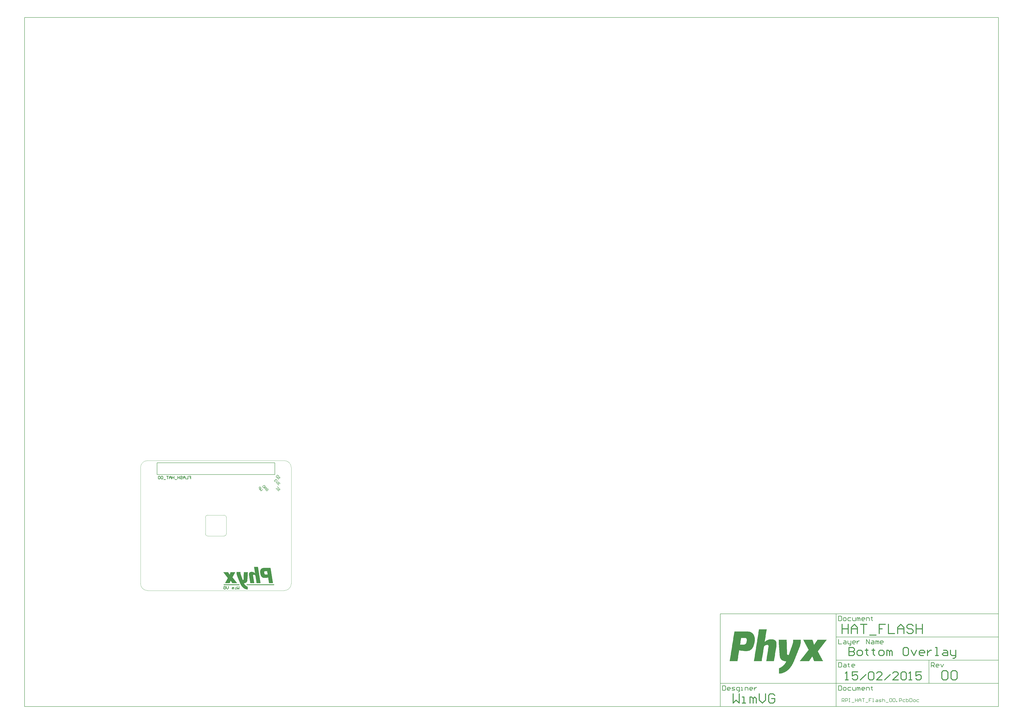
<source format=gbo>
G04 Layer_Color=32896*
%FSLAX25Y25*%
%MOIN*%
G70*
G01*
G75*
%ADD11C,0.00787*%
%ADD12C,0.01575*%
%ADD14C,0.01181*%
%ADD53C,0.00984*%
%ADD54C,0.00394*%
G36*
X220743Y38461D02*
X220876D01*
Y37534D01*
X221008D01*
Y36739D01*
X221141D01*
Y35811D01*
X221273D01*
Y35149D01*
X221406D01*
Y34221D01*
X221538D01*
Y33426D01*
X221671D01*
Y32631D01*
X221803D01*
Y31704D01*
X221936D01*
Y30909D01*
X222068D01*
Y30114D01*
X222201D01*
Y29187D01*
X222333D01*
Y28392D01*
X222466D01*
Y27597D01*
X222598D01*
Y26802D01*
X222731D01*
Y25874D01*
X222863D01*
Y25080D01*
X222996D01*
Y24284D01*
X223128D01*
Y23357D01*
X223261D01*
Y22562D01*
X223393D01*
Y21767D01*
X223526D01*
Y20840D01*
X223658D01*
Y20045D01*
X223791D01*
Y19250D01*
X223923D01*
Y18322D01*
X224056D01*
Y17527D01*
X224188D01*
Y16733D01*
X224321D01*
Y15805D01*
X224453D01*
Y15010D01*
X224586D01*
Y14215D01*
X224718D01*
Y13288D01*
X224851D01*
Y12625D01*
X218094D01*
Y13288D01*
X217961D01*
Y14083D01*
X217829D01*
Y15010D01*
X217696D01*
Y15805D01*
X217564D01*
Y16733D01*
X217431D01*
Y17527D01*
X217299D01*
Y18322D01*
X217166D01*
Y19250D01*
X217034D01*
Y20045D01*
X216901D01*
Y20840D01*
X216769D01*
Y21767D01*
X216636D01*
Y22165D01*
X216371D01*
Y22032D01*
X215974D01*
Y21900D01*
X215311D01*
Y21767D01*
X214649D01*
Y21635D01*
X213854D01*
Y21502D01*
X212662D01*
Y21370D01*
X209349D01*
Y21502D01*
X208554D01*
Y21635D01*
X208157D01*
Y21767D01*
X207759D01*
Y21900D01*
X207362D01*
Y22032D01*
X207097D01*
Y22165D01*
X206964D01*
Y22297D01*
X206699D01*
Y22430D01*
X206567D01*
Y22562D01*
X206302D01*
Y22695D01*
X206169D01*
Y22827D01*
X206037D01*
Y22960D01*
X205904D01*
Y23092D01*
X205772D01*
Y23225D01*
X205639D01*
Y23357D01*
X205507D01*
Y23490D01*
X205374D01*
Y23622D01*
X205242D01*
Y23887D01*
X205109D01*
Y24020D01*
X204977D01*
Y24284D01*
X204844D01*
Y24417D01*
X204712D01*
Y24682D01*
X204579D01*
Y24947D01*
X204447D01*
Y25212D01*
X204314D01*
Y25477D01*
X204182D01*
Y25874D01*
X204049D01*
Y26272D01*
X203917D01*
Y26669D01*
X203784D01*
Y27067D01*
X203652D01*
Y27597D01*
X203520D01*
Y28127D01*
X203387D01*
Y28789D01*
X203255D01*
Y29849D01*
X203122D01*
Y33162D01*
X203255D01*
Y33824D01*
X203387D01*
Y34354D01*
X203520D01*
Y34751D01*
X203652D01*
Y35016D01*
X203784D01*
Y35281D01*
X203917D01*
Y35546D01*
X204049D01*
Y35811D01*
X204182D01*
Y35944D01*
X204314D01*
Y36209D01*
X204447D01*
Y36341D01*
X204579D01*
Y36474D01*
X204712D01*
Y36606D01*
X204844D01*
Y36739D01*
X204977D01*
Y36871D01*
X205109D01*
Y37004D01*
X205242D01*
Y37136D01*
X205374D01*
Y37269D01*
X205639D01*
Y37401D01*
X205772D01*
Y37534D01*
X206037D01*
Y37666D01*
X206302D01*
Y37799D01*
X206567D01*
Y37931D01*
X206832D01*
Y38064D01*
X207229D01*
Y38196D01*
X207627D01*
Y38329D01*
X208289D01*
Y38461D01*
X209349D01*
Y38594D01*
X220743D01*
Y38461D01*
D02*
G37*
G36*
X169602Y30247D02*
X169734D01*
Y29187D01*
X169867D01*
Y28524D01*
X169999D01*
Y27994D01*
X170132D01*
Y27464D01*
X170264D01*
Y26934D01*
X170397D01*
Y26537D01*
X170529D01*
Y26139D01*
X170661D01*
Y25874D01*
X170794D01*
Y25477D01*
X170926D01*
Y25080D01*
X171059D01*
Y24682D01*
X171192D01*
Y24417D01*
X171324D01*
Y24020D01*
X171457D01*
Y23622D01*
X171589D01*
Y23225D01*
X171721D01*
Y22960D01*
X171854D01*
Y22562D01*
X171986D01*
Y22165D01*
X172119D01*
Y21767D01*
X172251D01*
Y21370D01*
X172384D01*
Y21105D01*
X172516D01*
Y20707D01*
X172649D01*
Y20310D01*
X172781D01*
Y19912D01*
X172914D01*
Y19647D01*
X173046D01*
Y19250D01*
X173179D01*
Y18852D01*
X173311D01*
Y18455D01*
X173444D01*
Y18190D01*
X173576D01*
Y17925D01*
X173974D01*
Y18057D01*
X174371D01*
Y18190D01*
X174504D01*
Y18322D01*
X174636D01*
Y18455D01*
X174769D01*
Y18587D01*
X174901D01*
Y18985D01*
X175034D01*
Y22165D01*
X175166D01*
Y27464D01*
X175299D01*
Y31307D01*
X182321D01*
Y30114D01*
X182188D01*
Y27994D01*
X182056D01*
Y26007D01*
X181923D01*
Y23887D01*
X181791D01*
Y21767D01*
X181658D01*
Y19912D01*
X181526D01*
Y17792D01*
X181393D01*
Y16733D01*
X181261D01*
Y16203D01*
X181128D01*
Y15805D01*
X180996D01*
Y15408D01*
X180863D01*
Y15143D01*
X180731D01*
Y14878D01*
X180598D01*
Y14745D01*
X180466D01*
Y14480D01*
X180333D01*
Y14348D01*
X180201D01*
Y14215D01*
X180069D01*
Y14083D01*
X179936D01*
Y13818D01*
X179671D01*
Y13685D01*
X179539D01*
Y13553D01*
X179406D01*
Y13420D01*
X179141D01*
Y13288D01*
X178876D01*
Y13155D01*
X178611D01*
Y13023D01*
X178346D01*
Y12890D01*
X177949D01*
Y12758D01*
X177419D01*
Y12625D01*
X176359D01*
Y12493D01*
X175696D01*
Y12228D01*
X175829D01*
Y11963D01*
X175961D01*
Y11698D01*
X176094D01*
Y11433D01*
X176226D01*
Y11168D01*
X176359D01*
Y11035D01*
X176491D01*
Y10770D01*
X176624D01*
Y10638D01*
X176756D01*
Y10373D01*
X176889D01*
Y10240D01*
X177021D01*
Y10108D01*
X177154D01*
Y9843D01*
X177286D01*
Y9710D01*
X177419D01*
Y9578D01*
X177551D01*
Y9445D01*
X177684D01*
Y9313D01*
X177816D01*
Y9181D01*
X177949D01*
Y9048D01*
X178081D01*
Y8916D01*
X178214D01*
Y8783D01*
X178346D01*
Y8651D01*
X178479D01*
Y8518D01*
X178611D01*
Y8386D01*
X178744D01*
Y8253D01*
X179008D01*
Y8121D01*
X179141D01*
Y7988D01*
X179273D01*
Y7856D01*
X179539D01*
Y7723D01*
X179671D01*
Y7591D01*
X179936D01*
Y7458D01*
X180069D01*
Y7326D01*
X180333D01*
Y7193D01*
X180598D01*
Y7061D01*
X180863D01*
Y6928D01*
X180996D01*
Y6796D01*
X181261D01*
Y6663D01*
X181526D01*
Y6531D01*
X181791D01*
Y6398D01*
X181923D01*
Y1761D01*
X180996D01*
Y1893D01*
X180069D01*
Y2026D01*
X179539D01*
Y2158D01*
X179008D01*
Y2291D01*
X178611D01*
Y2423D01*
X178214D01*
Y2556D01*
X177816D01*
Y2688D01*
X177551D01*
Y2821D01*
X177286D01*
Y2953D01*
X176889D01*
Y3086D01*
X176624D01*
Y3218D01*
X176491D01*
Y3351D01*
X176226D01*
Y3483D01*
X175961D01*
Y3616D01*
X175829D01*
Y3748D01*
X175564D01*
Y3881D01*
X175431D01*
Y4013D01*
X175166D01*
Y4146D01*
X175034D01*
Y4278D01*
X174769D01*
Y4411D01*
X174636D01*
Y4543D01*
X174504D01*
Y4676D01*
X174371D01*
Y4808D01*
X174239D01*
Y4941D01*
X173974D01*
Y5073D01*
X173841D01*
Y5206D01*
X173709D01*
Y5338D01*
X173576D01*
Y5471D01*
X173444D01*
Y5603D01*
X173311D01*
Y5736D01*
X173179D01*
Y5868D01*
X173046D01*
Y6001D01*
X172914D01*
Y6133D01*
X172781D01*
Y6398D01*
X172649D01*
Y6531D01*
X172516D01*
Y6663D01*
X172384D01*
Y6796D01*
X172251D01*
Y6928D01*
X172119D01*
Y7193D01*
X171986D01*
Y7326D01*
X171854D01*
Y7458D01*
X171721D01*
Y7723D01*
X171589D01*
Y7856D01*
X171457D01*
Y7988D01*
X171324D01*
Y8253D01*
X171192D01*
Y8386D01*
X171059D01*
Y8651D01*
X170926D01*
Y8916D01*
X170794D01*
Y9048D01*
X170661D01*
Y9313D01*
X170529D01*
Y9578D01*
X170397D01*
Y9710D01*
X170264D01*
Y9975D01*
X170132D01*
Y10240D01*
X169999D01*
Y10505D01*
X169867D01*
Y10770D01*
X169734D01*
Y11035D01*
X169602D01*
Y11300D01*
X169469D01*
Y11565D01*
X169337D01*
Y11830D01*
X169204D01*
Y12095D01*
X169072D01*
Y12493D01*
X168939D01*
Y12758D01*
X168807D01*
Y13155D01*
X168674D01*
Y13420D01*
X168542D01*
Y13818D01*
X168409D01*
Y14083D01*
X168277D01*
Y14348D01*
X168144D01*
Y14745D01*
X168012D01*
Y15143D01*
X167879D01*
Y15408D01*
X167747D01*
Y15805D01*
X167614D01*
Y16070D01*
X167482D01*
Y16335D01*
X167349D01*
Y16733D01*
X167217D01*
Y16997D01*
X167084D01*
Y17395D01*
X166952D01*
Y17660D01*
X166819D01*
Y18057D01*
X166687D01*
Y18322D01*
X166554D01*
Y18720D01*
X166422D01*
Y18985D01*
X166289D01*
Y19382D01*
X166157D01*
Y19647D01*
X166024D01*
Y20045D01*
X165892D01*
Y20310D01*
X165759D01*
Y20707D01*
X165627D01*
Y20972D01*
X165494D01*
Y21370D01*
X165362D01*
Y21635D01*
X165229D01*
Y22032D01*
X165097D01*
Y22297D01*
X164964D01*
Y22695D01*
X164832D01*
Y22960D01*
X164699D01*
Y23357D01*
X164567D01*
Y23622D01*
X164434D01*
Y24020D01*
X164302D01*
Y24284D01*
X164170D01*
Y24682D01*
X164037D01*
Y24947D01*
X163905D01*
Y25344D01*
X163772D01*
Y25742D01*
X163639D01*
Y26139D01*
X163507D01*
Y26669D01*
X163374D01*
Y27067D01*
X163242D01*
Y27729D01*
X163110D01*
Y28524D01*
X162977D01*
Y31307D01*
X163110D01*
Y31439D01*
X169602D01*
Y30247D01*
D02*
G37*
G36*
X160990Y31174D02*
X160857D01*
Y31042D01*
X160725D01*
Y30777D01*
X160592D01*
Y30512D01*
X160460D01*
Y30247D01*
X160327D01*
Y29982D01*
X160195D01*
Y29717D01*
X160062D01*
Y29584D01*
X159930D01*
Y29319D01*
X159797D01*
Y29054D01*
X159665D01*
Y28789D01*
X159532D01*
Y28524D01*
X159400D01*
Y28259D01*
X159267D01*
Y27994D01*
X159135D01*
Y27862D01*
X159002D01*
Y27597D01*
X158870D01*
Y27332D01*
X158737D01*
Y27067D01*
X158605D01*
Y26802D01*
X158472D01*
Y26537D01*
X158340D01*
Y26272D01*
X158207D01*
Y26007D01*
X158075D01*
Y25874D01*
X157942D01*
Y25609D01*
X157810D01*
Y25344D01*
X157677D01*
Y25080D01*
X157545D01*
Y24814D01*
X157412D01*
Y24550D01*
X157280D01*
Y24284D01*
X157147D01*
Y24020D01*
X157015D01*
Y23887D01*
X156882D01*
Y23622D01*
X156750D01*
Y23357D01*
X156617D01*
Y23092D01*
X156485D01*
Y22827D01*
X156352D01*
Y22695D01*
X156220D01*
Y22297D01*
X156352D01*
Y22165D01*
X156485D01*
Y22032D01*
X156617D01*
Y21900D01*
X156750D01*
Y21767D01*
X156882D01*
Y21502D01*
X157015D01*
Y21370D01*
X157147D01*
Y21237D01*
X157280D01*
Y21105D01*
X157412D01*
Y20840D01*
X157545D01*
Y20707D01*
X157677D01*
Y20575D01*
X157810D01*
Y20310D01*
X157942D01*
Y20177D01*
X158075D01*
Y20045D01*
X158207D01*
Y19912D01*
X158340D01*
Y19647D01*
X158472D01*
Y19515D01*
X158605D01*
Y19382D01*
X158737D01*
Y19117D01*
X158870D01*
Y18985D01*
X159002D01*
Y18852D01*
X159135D01*
Y18720D01*
X159267D01*
Y18455D01*
X159400D01*
Y18322D01*
X159532D01*
Y18190D01*
X159665D01*
Y17925D01*
X159797D01*
Y17792D01*
X159930D01*
Y17660D01*
X160062D01*
Y17527D01*
X160195D01*
Y17263D01*
X160327D01*
Y17130D01*
X160460D01*
Y16997D01*
X160592D01*
Y16865D01*
X160725D01*
Y16600D01*
X160857D01*
Y16467D01*
X160990D01*
Y16335D01*
X161122D01*
Y16070D01*
X161255D01*
Y15937D01*
X161387D01*
Y15805D01*
X161520D01*
Y15673D01*
X161652D01*
Y15408D01*
X161785D01*
Y15275D01*
X161917D01*
Y15143D01*
X162050D01*
Y14878D01*
X162182D01*
Y14745D01*
X162315D01*
Y14613D01*
X162447D01*
Y14480D01*
X162580D01*
Y14215D01*
X162712D01*
Y14083D01*
X162845D01*
Y13950D01*
X162977D01*
Y13685D01*
X163110D01*
Y13553D01*
X163242D01*
Y13420D01*
X163374D01*
Y13288D01*
X163507D01*
Y13023D01*
X163639D01*
Y12890D01*
X163772D01*
Y12758D01*
X163905D01*
Y12625D01*
X155823D01*
Y12758D01*
X155690D01*
Y12890D01*
X155558D01*
Y13155D01*
X155425D01*
Y13288D01*
X155292D01*
Y13420D01*
X155160D01*
Y13685D01*
X155027D01*
Y13818D01*
X154895D01*
Y14083D01*
X154762D01*
Y14215D01*
X154630D01*
Y14480D01*
X154498D01*
Y14613D01*
X154365D01*
Y14878D01*
X154233D01*
Y15010D01*
X154100D01*
Y15275D01*
X153968D01*
Y15408D01*
X153835D01*
Y15540D01*
X153703D01*
Y15805D01*
X153570D01*
Y15937D01*
X153438D01*
Y16203D01*
X153305D01*
Y16335D01*
X153173D01*
Y16600D01*
X152908D01*
Y16467D01*
X152775D01*
Y16070D01*
X152643D01*
Y15673D01*
X152510D01*
Y15408D01*
X152378D01*
Y15010D01*
X152245D01*
Y14613D01*
X152113D01*
Y14215D01*
X151980D01*
Y13950D01*
X151848D01*
Y13553D01*
X151715D01*
Y13155D01*
X151583D01*
Y12890D01*
X151450D01*
Y12625D01*
X143633D01*
Y12758D01*
X143766D01*
Y13023D01*
X143898D01*
Y13288D01*
X144031D01*
Y13553D01*
X144163D01*
Y13818D01*
X144296D01*
Y13950D01*
X144428D01*
Y14215D01*
X144561D01*
Y14480D01*
X144693D01*
Y14745D01*
X144826D01*
Y15010D01*
X144958D01*
Y15275D01*
X145091D01*
Y15540D01*
X145223D01*
Y15805D01*
X145356D01*
Y15937D01*
X145488D01*
Y16203D01*
X145621D01*
Y16467D01*
X145753D01*
Y16733D01*
X145886D01*
Y16997D01*
X146018D01*
Y17263D01*
X146151D01*
Y17527D01*
X146283D01*
Y17792D01*
X146416D01*
Y17925D01*
X146548D01*
Y18190D01*
X146680D01*
Y18455D01*
X146813D01*
Y18720D01*
X146946D01*
Y18985D01*
X147078D01*
Y19250D01*
X147211D01*
Y19515D01*
X147343D01*
Y19780D01*
X147476D01*
Y19912D01*
X147608D01*
Y20177D01*
X147740D01*
Y20442D01*
X147873D01*
Y20707D01*
X148005D01*
Y20972D01*
X148138D01*
Y21370D01*
X148005D01*
Y21502D01*
X147873D01*
Y21635D01*
X147740D01*
Y21767D01*
X147608D01*
Y22032D01*
X147476D01*
Y22165D01*
X147343D01*
Y22297D01*
X147211D01*
Y22562D01*
X147078D01*
Y22695D01*
X146946D01*
Y22827D01*
X146813D01*
Y22960D01*
X146680D01*
Y23225D01*
X146548D01*
Y23357D01*
X146416D01*
Y23490D01*
X146283D01*
Y23755D01*
X146151D01*
Y23887D01*
X146018D01*
Y24020D01*
X145886D01*
Y24284D01*
X145753D01*
Y24417D01*
X145621D01*
Y24550D01*
X145488D01*
Y24682D01*
X145356D01*
Y24947D01*
X145223D01*
Y25080D01*
X145091D01*
Y25212D01*
X144958D01*
Y25477D01*
X144826D01*
Y25609D01*
X144693D01*
Y25742D01*
X144561D01*
Y26007D01*
X144428D01*
Y26139D01*
X144296D01*
Y26272D01*
X144163D01*
Y26404D01*
X144031D01*
Y26669D01*
X143898D01*
Y26802D01*
X143766D01*
Y26934D01*
X143633D01*
Y27199D01*
X143501D01*
Y27332D01*
X143368D01*
Y27464D01*
X143236D01*
Y27729D01*
X143103D01*
Y27862D01*
X142971D01*
Y27994D01*
X142838D01*
Y28127D01*
X142706D01*
Y28392D01*
X142573D01*
Y28524D01*
X142441D01*
Y28657D01*
X142308D01*
Y28922D01*
X142176D01*
Y29054D01*
X142043D01*
Y29187D01*
X141911D01*
Y29452D01*
X141778D01*
Y29584D01*
X141646D01*
Y29717D01*
X141513D01*
Y29849D01*
X141381D01*
Y30114D01*
X141248D01*
Y30247D01*
X141116D01*
Y30379D01*
X140983D01*
Y30644D01*
X140851D01*
Y30777D01*
X140718D01*
Y30909D01*
X140586D01*
Y31174D01*
X140453D01*
Y31307D01*
X148535D01*
Y31174D01*
X148668D01*
Y30909D01*
X148800D01*
Y30777D01*
X148933D01*
Y30512D01*
X149065D01*
Y30379D01*
X149198D01*
Y30114D01*
X149330D01*
Y29849D01*
X149463D01*
Y29717D01*
X149595D01*
Y29452D01*
X149728D01*
Y29319D01*
X149860D01*
Y29054D01*
X149993D01*
Y28922D01*
X150125D01*
Y28657D01*
X150258D01*
Y28524D01*
X150390D01*
Y28259D01*
X150523D01*
Y28127D01*
X150655D01*
Y27862D01*
X150788D01*
Y27729D01*
X150920D01*
Y27464D01*
X151053D01*
Y27332D01*
X151185D01*
Y27067D01*
X151450D01*
Y27199D01*
X151583D01*
Y27597D01*
X151715D01*
Y27994D01*
X151848D01*
Y28524D01*
X151980D01*
Y28922D01*
X152113D01*
Y29187D01*
X152245D01*
Y29717D01*
X152378D01*
Y30114D01*
X152510D01*
Y30512D01*
X152643D01*
Y30909D01*
X152775D01*
Y31307D01*
X160990D01*
Y31174D01*
D02*
G37*
G36*
X199412Y39919D02*
X199545D01*
Y39124D01*
X199677D01*
Y38196D01*
X199810D01*
Y37401D01*
X199942D01*
Y36606D01*
X200075D01*
Y35811D01*
X200207D01*
Y34884D01*
X200340D01*
Y34089D01*
X200472D01*
Y33294D01*
X200605D01*
Y32366D01*
X200737D01*
Y31572D01*
X200870D01*
Y30777D01*
X201002D01*
Y29849D01*
X201135D01*
Y29054D01*
X201267D01*
Y28259D01*
X201400D01*
Y27464D01*
X201532D01*
Y26537D01*
X201665D01*
Y25742D01*
X201797D01*
Y24947D01*
X201930D01*
Y24020D01*
X202062D01*
Y23225D01*
X202195D01*
Y22430D01*
X202327D01*
Y21502D01*
X202460D01*
Y20707D01*
X202592D01*
Y19912D01*
X202725D01*
Y18985D01*
X202857D01*
Y18190D01*
X202990D01*
Y17395D01*
X203122D01*
Y16600D01*
X203255D01*
Y15673D01*
X203387D01*
Y15010D01*
X203520D01*
Y14083D01*
X203652D01*
Y13288D01*
X203784D01*
Y12625D01*
X197027D01*
Y13155D01*
X196895D01*
Y14083D01*
X196762D01*
Y14878D01*
X196630D01*
Y15673D01*
X196497D01*
Y16467D01*
X196365D01*
Y17263D01*
X196232D01*
Y18190D01*
X196100D01*
Y18985D01*
X195967D01*
Y19780D01*
X195835D01*
Y20707D01*
X195703D01*
Y21502D01*
X195570D01*
Y22297D01*
X195438D01*
Y23225D01*
X195305D01*
Y24020D01*
X195173D01*
Y24814D01*
X195040D01*
Y25477D01*
X194908D01*
Y25609D01*
X194775D01*
Y25742D01*
X194643D01*
Y25874D01*
X194510D01*
Y26007D01*
X194378D01*
Y26139D01*
X194245D01*
Y26272D01*
X193980D01*
Y26404D01*
X193715D01*
Y26537D01*
X193185D01*
Y26669D01*
X191595D01*
Y26537D01*
X191330D01*
Y26272D01*
X191198D01*
Y26007D01*
X191065D01*
Y25080D01*
X191198D01*
Y24284D01*
X191330D01*
Y23490D01*
X191463D01*
Y22562D01*
X191595D01*
Y21767D01*
X191728D01*
Y20972D01*
X191860D01*
Y20045D01*
X191993D01*
Y19250D01*
X192125D01*
Y18455D01*
X192258D01*
Y17527D01*
X192390D01*
Y16733D01*
X192523D01*
Y15937D01*
X192655D01*
Y15010D01*
X192788D01*
Y14215D01*
X192920D01*
Y13420D01*
X193053D01*
Y12625D01*
X186296D01*
Y13155D01*
X186163D01*
Y14083D01*
X186031D01*
Y14878D01*
X185898D01*
Y15673D01*
X185766D01*
Y16600D01*
X185633D01*
Y17395D01*
X185501D01*
Y18190D01*
X185368D01*
Y19117D01*
X185236D01*
Y19912D01*
X185103D01*
Y20707D01*
X184971D01*
Y21635D01*
X184838D01*
Y22430D01*
X184706D01*
Y23225D01*
X184573D01*
Y24020D01*
X184441D01*
Y24947D01*
X184308D01*
Y25874D01*
X184176D01*
Y28789D01*
X184308D01*
Y29319D01*
X184441D01*
Y29717D01*
X184573D01*
Y29982D01*
X184706D01*
Y30247D01*
X184838D01*
Y30379D01*
X184971D01*
Y30512D01*
X185103D01*
Y30644D01*
X185236D01*
Y30777D01*
X185368D01*
Y30909D01*
X185633D01*
Y31042D01*
X185766D01*
Y31174D01*
X186031D01*
Y31307D01*
X186428D01*
Y31439D01*
X186826D01*
Y31572D01*
X187753D01*
Y31704D01*
X189608D01*
Y31572D01*
X190535D01*
Y31439D01*
X191065D01*
Y31307D01*
X191463D01*
Y31174D01*
X191860D01*
Y31042D01*
X192125D01*
Y30909D01*
X192390D01*
Y30777D01*
X192655D01*
Y30644D01*
X192920D01*
Y30512D01*
X193053D01*
Y30379D01*
X193318D01*
Y30247D01*
X193450D01*
Y30114D01*
X193583D01*
Y29982D01*
X193848D01*
Y29849D01*
X193980D01*
Y29717D01*
X194113D01*
Y29584D01*
X194378D01*
Y30114D01*
X194245D01*
Y30909D01*
X194113D01*
Y31704D01*
X193980D01*
Y32631D01*
X193848D01*
Y33426D01*
X193715D01*
Y34221D01*
X193583D01*
Y35016D01*
X193450D01*
Y35944D01*
X193318D01*
Y36739D01*
X193185D01*
Y37666D01*
X193053D01*
Y38461D01*
X192920D01*
Y39256D01*
X192788D01*
Y40051D01*
X192655D01*
Y40316D01*
X199412D01*
Y39919D01*
D02*
G37*
%LPC*%
G36*
X214914Y32764D02*
X210939D01*
Y32631D01*
X210674D01*
Y32499D01*
X210542D01*
Y32366D01*
X210409D01*
Y32234D01*
X210277D01*
Y32102D01*
X210144D01*
Y31969D01*
Y31837D01*
Y31704D01*
X210012D01*
Y31572D01*
Y31439D01*
Y31307D01*
Y31174D01*
Y31042D01*
Y30909D01*
Y30777D01*
Y30644D01*
Y30512D01*
Y30379D01*
Y30247D01*
Y30114D01*
X210144D01*
Y29982D01*
Y29849D01*
Y29717D01*
Y29584D01*
Y29452D01*
X210277D01*
Y29319D01*
Y29187D01*
Y29054D01*
Y28922D01*
X210409D01*
Y28789D01*
Y28657D01*
Y28524D01*
X210542D01*
Y28392D01*
Y28259D01*
X210674D01*
Y28127D01*
X210807D01*
Y27994D01*
Y27862D01*
X210939D01*
Y27729D01*
X211072D01*
Y27597D01*
X211204D01*
Y27464D01*
X211469D01*
Y27332D01*
X211601D01*
Y27199D01*
X212132D01*
Y27067D01*
X215841D01*
Y27199D01*
Y27332D01*
Y27464D01*
Y27597D01*
X215709D01*
Y27729D01*
Y27862D01*
Y27994D01*
Y28127D01*
Y28259D01*
Y28392D01*
X215576D01*
Y28524D01*
Y28657D01*
Y28789D01*
Y28922D01*
Y29054D01*
Y29187D01*
X215444D01*
Y29319D01*
Y29452D01*
Y29584D01*
Y29717D01*
Y29849D01*
Y29982D01*
X215311D01*
Y30114D01*
Y30247D01*
Y30379D01*
Y30512D01*
Y30644D01*
Y30777D01*
X215179D01*
Y30909D01*
Y31042D01*
Y31174D01*
Y31307D01*
Y31439D01*
Y31572D01*
X215046D01*
Y31704D01*
Y31837D01*
Y31969D01*
Y32102D01*
Y32234D01*
Y32366D01*
Y32499D01*
X214914D01*
Y32631D01*
Y32764D01*
D02*
G37*
%LPD*%
G36*
X1121080Y-83717D02*
Y-84003D01*
Y-84290D01*
Y-84576D01*
Y-84862D01*
Y-85149D01*
Y-85435D01*
Y-85721D01*
Y-86007D01*
Y-86294D01*
Y-86580D01*
Y-86866D01*
Y-87153D01*
Y-87439D01*
Y-87725D01*
Y-88012D01*
Y-88298D01*
Y-88584D01*
Y-88871D01*
Y-89157D01*
Y-89443D01*
X1120793D01*
Y-89730D01*
Y-90016D01*
Y-90302D01*
Y-90588D01*
Y-90875D01*
X1120507D01*
Y-91161D01*
Y-91448D01*
Y-91734D01*
Y-92020D01*
X1120221D01*
Y-92306D01*
Y-92593D01*
Y-92879D01*
Y-93165D01*
X1119934D01*
Y-93452D01*
Y-93738D01*
Y-94024D01*
X1119648D01*
Y-94311D01*
Y-94597D01*
Y-94883D01*
X1119362D01*
Y-95170D01*
Y-95456D01*
Y-95742D01*
X1119075D01*
Y-96029D01*
Y-96315D01*
Y-96601D01*
X1118789D01*
Y-96887D01*
Y-97174D01*
X1118503D01*
Y-97460D01*
Y-97746D01*
X1118217D01*
Y-98033D01*
Y-98319D01*
Y-98605D01*
X1117930D01*
Y-98892D01*
Y-99178D01*
X1117644D01*
Y-99464D01*
Y-99751D01*
Y-100037D01*
X1117358D01*
Y-100323D01*
Y-100610D01*
X1117071D01*
Y-100896D01*
Y-101182D01*
Y-101468D01*
X1116785D01*
Y-101755D01*
Y-102041D01*
X1116499D01*
Y-102327D01*
Y-102614D01*
Y-102900D01*
X1116212D01*
Y-103186D01*
Y-103473D01*
X1115926D01*
Y-103759D01*
Y-104045D01*
Y-104332D01*
X1115640D01*
Y-104618D01*
Y-104904D01*
X1115353D01*
Y-105191D01*
Y-105477D01*
Y-105763D01*
X1115067D01*
Y-106049D01*
Y-106336D01*
X1114781D01*
Y-106622D01*
Y-106908D01*
Y-107195D01*
X1114494D01*
Y-107481D01*
Y-107767D01*
X1114208D01*
Y-108054D01*
Y-108340D01*
Y-108626D01*
X1113922D01*
Y-108913D01*
Y-109199D01*
X1113636D01*
Y-109485D01*
Y-109772D01*
Y-110058D01*
X1113349D01*
Y-110344D01*
Y-110630D01*
X1113063D01*
Y-110917D01*
Y-111203D01*
Y-111489D01*
X1112776D01*
Y-111776D01*
Y-112062D01*
X1112490D01*
Y-112348D01*
Y-112635D01*
Y-112921D01*
X1112204D01*
Y-113207D01*
Y-113494D01*
X1111918D01*
Y-113780D01*
Y-114066D01*
Y-114353D01*
X1111631D01*
Y-114639D01*
Y-114925D01*
X1111345D01*
Y-115211D01*
Y-115498D01*
Y-115784D01*
X1111059D01*
Y-116070D01*
Y-116357D01*
X1110772D01*
Y-116643D01*
Y-116929D01*
Y-117216D01*
X1110486D01*
Y-117502D01*
Y-117788D01*
X1110200D01*
Y-118075D01*
Y-118361D01*
Y-118647D01*
X1109913D01*
Y-118933D01*
Y-119220D01*
X1109627D01*
Y-119506D01*
Y-119792D01*
Y-120079D01*
X1109341D01*
Y-120365D01*
Y-120651D01*
X1109054D01*
Y-120938D01*
Y-121224D01*
X1108768D01*
Y-121510D01*
Y-121797D01*
X1108482D01*
Y-122083D01*
Y-122369D01*
Y-122656D01*
X1108195D01*
Y-122942D01*
X1107909D01*
Y-123228D01*
Y-123514D01*
Y-123801D01*
X1107623D01*
Y-124087D01*
X1107337D01*
Y-124373D01*
Y-124660D01*
X1107050D01*
Y-124946D01*
Y-125232D01*
X1106764D01*
Y-125519D01*
Y-125805D01*
X1106478D01*
Y-126091D01*
Y-126378D01*
X1106191D01*
Y-126664D01*
X1105905D01*
Y-126950D01*
Y-127237D01*
X1105619D01*
Y-127523D01*
Y-127809D01*
X1105332D01*
Y-128095D01*
X1105046D01*
Y-128382D01*
X1104760D01*
Y-128668D01*
Y-128954D01*
X1104473D01*
Y-129241D01*
X1104187D01*
Y-129527D01*
Y-129813D01*
X1103901D01*
Y-130100D01*
X1103615D01*
Y-130386D01*
X1103328D01*
Y-130672D01*
Y-130959D01*
X1103042D01*
Y-131245D01*
X1102756D01*
Y-131531D01*
X1102469D01*
Y-131818D01*
X1102183D01*
Y-132104D01*
X1101897D01*
Y-132390D01*
Y-132676D01*
X1101610D01*
Y-132963D01*
X1101324D01*
Y-133249D01*
X1101038D01*
Y-133535D01*
X1100751D01*
Y-133822D01*
X1100465D01*
Y-134108D01*
X1100179D01*
Y-134394D01*
X1099892D01*
Y-134681D01*
X1099320D01*
Y-134967D01*
X1099034D01*
Y-135253D01*
X1098747D01*
Y-135540D01*
X1098461D01*
Y-135826D01*
X1098175D01*
Y-136112D01*
X1097602D01*
Y-136399D01*
X1097316D01*
Y-136685D01*
X1096743D01*
Y-136971D01*
X1096457D01*
Y-137258D01*
X1095884D01*
Y-137544D01*
X1095598D01*
Y-137830D01*
X1095025D01*
Y-138117D01*
X1094452D01*
Y-138403D01*
X1093880D01*
Y-138689D01*
X1093307D01*
Y-138975D01*
X1092735D01*
Y-139262D01*
X1091876D01*
Y-139548D01*
X1091303D01*
Y-139834D01*
X1090444D01*
Y-140121D01*
X1089299D01*
Y-140407D01*
X1088154D01*
Y-140693D01*
X1086436D01*
Y-140980D01*
X1084432D01*
Y-141266D01*
X1084145D01*
Y-140980D01*
Y-140693D01*
Y-140407D01*
Y-140121D01*
Y-139834D01*
Y-139548D01*
Y-139262D01*
Y-138975D01*
Y-138689D01*
Y-138403D01*
Y-138117D01*
Y-137830D01*
Y-137544D01*
Y-137258D01*
Y-136971D01*
Y-136685D01*
Y-136399D01*
Y-136112D01*
Y-135826D01*
Y-135540D01*
Y-135253D01*
Y-134967D01*
Y-134681D01*
Y-134394D01*
Y-134108D01*
Y-133822D01*
Y-133535D01*
Y-133249D01*
Y-132963D01*
Y-132676D01*
Y-132390D01*
Y-132104D01*
Y-131818D01*
X1084718D01*
Y-131531D01*
X1085291D01*
Y-131245D01*
X1085863D01*
Y-130959D01*
X1086436D01*
Y-130672D01*
X1087008D01*
Y-130386D01*
X1087581D01*
Y-130100D01*
X1087867D01*
Y-129813D01*
X1088440D01*
Y-129527D01*
X1088726D01*
Y-129241D01*
X1089299D01*
Y-128954D01*
X1089585D01*
Y-128668D01*
X1089872D01*
Y-128382D01*
X1090444D01*
Y-128095D01*
X1090730D01*
Y-127809D01*
X1091017D01*
Y-127523D01*
X1091303D01*
Y-127237D01*
X1091589D01*
Y-126950D01*
X1091876D01*
Y-126664D01*
X1092162D01*
Y-126378D01*
X1092448D01*
Y-126091D01*
X1092735D01*
Y-125805D01*
X1093021D01*
Y-125519D01*
X1093307D01*
Y-125232D01*
X1093594D01*
Y-124946D01*
Y-124660D01*
X1093880D01*
Y-124373D01*
X1094166D01*
Y-124087D01*
X1094452D01*
Y-123801D01*
Y-123514D01*
X1094739D01*
Y-123228D01*
X1095025D01*
Y-122942D01*
Y-122656D01*
X1095311D01*
Y-122369D01*
Y-122083D01*
X1095598D01*
Y-121797D01*
X1095884D01*
Y-121510D01*
Y-121224D01*
X1096170D01*
Y-120938D01*
Y-120651D01*
X1096457D01*
Y-120365D01*
Y-120079D01*
X1094739D01*
Y-119792D01*
X1092735D01*
Y-119506D01*
X1091589D01*
Y-119220D01*
X1091017D01*
Y-118933D01*
X1090158D01*
Y-118647D01*
X1089585D01*
Y-118361D01*
X1089299D01*
Y-118075D01*
X1088726D01*
Y-117788D01*
X1088440D01*
Y-117502D01*
X1088154D01*
Y-117216D01*
X1087867D01*
Y-116929D01*
X1087581D01*
Y-116643D01*
X1087295D01*
Y-116357D01*
Y-116070D01*
X1087008D01*
Y-115784D01*
X1086722D01*
Y-115498D01*
Y-115211D01*
X1086436D01*
Y-114925D01*
Y-114639D01*
X1086149D01*
Y-114353D01*
Y-114066D01*
X1085863D01*
Y-113780D01*
Y-113494D01*
Y-113207D01*
X1085577D01*
Y-112921D01*
Y-112635D01*
Y-112348D01*
Y-112062D01*
X1085291D01*
Y-111776D01*
Y-111489D01*
Y-111203D01*
Y-110917D01*
Y-110630D01*
Y-110344D01*
Y-110058D01*
X1085004D01*
Y-109772D01*
Y-109485D01*
Y-109199D01*
Y-108913D01*
Y-108626D01*
Y-108340D01*
Y-108054D01*
Y-107767D01*
Y-107481D01*
Y-107195D01*
Y-106908D01*
Y-106622D01*
Y-106336D01*
Y-106049D01*
Y-105763D01*
X1084718D01*
Y-105477D01*
Y-105191D01*
Y-104904D01*
Y-104618D01*
Y-104332D01*
Y-104045D01*
Y-103759D01*
Y-103473D01*
Y-103186D01*
Y-102900D01*
Y-102614D01*
Y-102327D01*
Y-102041D01*
Y-101755D01*
Y-101468D01*
X1084432D01*
Y-101182D01*
Y-100896D01*
Y-100610D01*
Y-100323D01*
Y-100037D01*
Y-99751D01*
Y-99464D01*
Y-99178D01*
Y-98892D01*
Y-98605D01*
Y-98319D01*
Y-98033D01*
Y-97746D01*
Y-97460D01*
Y-97174D01*
Y-96887D01*
X1084145D01*
Y-96601D01*
Y-96315D01*
Y-96029D01*
Y-95742D01*
Y-95456D01*
Y-95170D01*
Y-94883D01*
Y-94597D01*
Y-94311D01*
Y-94024D01*
Y-93738D01*
Y-93452D01*
Y-93165D01*
Y-92879D01*
Y-92593D01*
Y-92306D01*
X1083859D01*
Y-92020D01*
Y-91734D01*
Y-91448D01*
Y-91161D01*
Y-90875D01*
Y-90588D01*
Y-90302D01*
Y-90016D01*
Y-89730D01*
Y-89443D01*
Y-89157D01*
Y-88871D01*
Y-88584D01*
Y-88298D01*
X1083573D01*
Y-88012D01*
Y-87725D01*
Y-87439D01*
Y-87153D01*
Y-86866D01*
Y-86580D01*
Y-86294D01*
Y-86007D01*
Y-85721D01*
Y-85435D01*
Y-85149D01*
Y-84862D01*
Y-84576D01*
Y-84290D01*
Y-84003D01*
Y-83717D01*
X1083286D01*
Y-83431D01*
X1097029D01*
Y-83717D01*
Y-84003D01*
Y-84290D01*
Y-84576D01*
Y-84862D01*
Y-85149D01*
Y-85435D01*
Y-85721D01*
Y-86007D01*
Y-86294D01*
Y-86580D01*
Y-86866D01*
Y-87153D01*
Y-87439D01*
X1097316D01*
Y-87725D01*
Y-88012D01*
Y-88298D01*
Y-88584D01*
Y-88871D01*
Y-89157D01*
Y-89443D01*
Y-89730D01*
Y-90016D01*
Y-90302D01*
Y-90588D01*
Y-90875D01*
Y-91161D01*
Y-91448D01*
Y-91734D01*
Y-92020D01*
Y-92306D01*
Y-92593D01*
Y-92879D01*
Y-93165D01*
Y-93452D01*
Y-93738D01*
Y-94024D01*
Y-94311D01*
Y-94597D01*
Y-94883D01*
Y-95170D01*
Y-95456D01*
Y-95742D01*
Y-96029D01*
Y-96315D01*
Y-96601D01*
Y-96887D01*
Y-97174D01*
Y-97460D01*
Y-97746D01*
Y-98033D01*
Y-98319D01*
Y-98605D01*
Y-98892D01*
Y-99178D01*
X1097602D01*
Y-99464D01*
X1097316D01*
Y-99751D01*
Y-100037D01*
X1097602D01*
Y-100323D01*
Y-100610D01*
Y-100896D01*
Y-101182D01*
Y-101468D01*
Y-101755D01*
Y-102041D01*
Y-102327D01*
Y-102614D01*
Y-102900D01*
Y-103186D01*
Y-103473D01*
Y-103759D01*
Y-104045D01*
Y-104332D01*
Y-104618D01*
Y-104904D01*
Y-105191D01*
Y-105477D01*
Y-105763D01*
Y-106049D01*
Y-106336D01*
Y-106622D01*
Y-106908D01*
Y-107195D01*
Y-107481D01*
X1097888D01*
Y-107767D01*
Y-108054D01*
Y-108340D01*
X1098175D01*
Y-108626D01*
X1098461D01*
Y-108913D01*
X1098747D01*
Y-109199D01*
X1099606D01*
Y-109485D01*
X1100465D01*
Y-109199D01*
X1100751D01*
Y-108913D01*
Y-108626D01*
Y-108340D01*
X1101038D01*
Y-108054D01*
Y-107767D01*
X1101324D01*
Y-107481D01*
Y-107195D01*
Y-106908D01*
X1101610D01*
Y-106622D01*
Y-106336D01*
Y-106049D01*
X1101897D01*
Y-105763D01*
Y-105477D01*
Y-105191D01*
X1102183D01*
Y-104904D01*
Y-104618D01*
Y-104332D01*
X1102469D01*
Y-104045D01*
Y-103759D01*
X1102756D01*
Y-103473D01*
Y-103186D01*
Y-102900D01*
X1103042D01*
Y-102614D01*
Y-102327D01*
Y-102041D01*
X1103328D01*
Y-101755D01*
Y-101468D01*
Y-101182D01*
X1103615D01*
Y-100896D01*
Y-100610D01*
X1103901D01*
Y-100323D01*
Y-100037D01*
Y-99751D01*
X1104187D01*
Y-99464D01*
Y-99178D01*
Y-98892D01*
X1104473D01*
Y-98605D01*
Y-98319D01*
Y-98033D01*
X1104760D01*
Y-97746D01*
Y-97460D01*
X1105046D01*
Y-97174D01*
Y-96887D01*
Y-96601D01*
X1105332D01*
Y-96315D01*
Y-96029D01*
Y-95742D01*
X1105619D01*
Y-95456D01*
Y-95170D01*
Y-94883D01*
X1105905D01*
Y-94597D01*
Y-94311D01*
X1106191D01*
Y-94024D01*
Y-93738D01*
Y-93452D01*
X1106478D01*
Y-93165D01*
Y-92879D01*
Y-92593D01*
X1106764D01*
Y-92306D01*
Y-92020D01*
Y-91734D01*
X1107050D01*
Y-91448D01*
Y-91161D01*
Y-90875D01*
Y-90588D01*
X1107337D01*
Y-90302D01*
Y-90016D01*
Y-89730D01*
Y-89443D01*
X1107623D01*
Y-89157D01*
Y-88871D01*
Y-88584D01*
Y-88298D01*
Y-88012D01*
X1107909D01*
Y-87725D01*
Y-87439D01*
Y-87153D01*
Y-86866D01*
Y-86580D01*
Y-86294D01*
X1108195D01*
Y-86007D01*
Y-85721D01*
Y-85435D01*
Y-85149D01*
Y-84862D01*
Y-84576D01*
Y-84290D01*
Y-84003D01*
Y-83717D01*
Y-83431D01*
X1121080D01*
Y-83717D01*
D02*
G37*
G36*
X1063244Y-66252D02*
Y-66538D01*
X1062958D01*
Y-66825D01*
Y-67111D01*
Y-67397D01*
Y-67684D01*
Y-67970D01*
Y-68256D01*
X1062672D01*
Y-68542D01*
Y-68829D01*
Y-69115D01*
Y-69401D01*
Y-69688D01*
Y-69974D01*
X1062385D01*
Y-70260D01*
Y-70547D01*
Y-70833D01*
Y-71119D01*
Y-71406D01*
Y-71692D01*
Y-71978D01*
X1062099D01*
Y-72264D01*
Y-72551D01*
Y-72837D01*
Y-73123D01*
Y-73410D01*
Y-73696D01*
X1061813D01*
Y-73982D01*
Y-74269D01*
Y-74555D01*
Y-74841D01*
Y-75128D01*
Y-75414D01*
X1061526D01*
Y-75700D01*
Y-75987D01*
Y-76273D01*
Y-76559D01*
Y-76846D01*
Y-77132D01*
Y-77418D01*
X1061240D01*
Y-77704D01*
Y-77991D01*
Y-78277D01*
Y-78563D01*
Y-78850D01*
Y-79136D01*
X1060954D01*
Y-79422D01*
Y-79709D01*
Y-79995D01*
Y-80281D01*
Y-80568D01*
Y-80854D01*
X1060668D01*
Y-81140D01*
Y-81427D01*
Y-81713D01*
Y-81999D01*
Y-82285D01*
Y-82572D01*
X1060381D01*
Y-82858D01*
Y-83144D01*
Y-83431D01*
Y-83717D01*
Y-84003D01*
Y-84290D01*
Y-84576D01*
X1060095D01*
Y-84862D01*
Y-85149D01*
Y-85435D01*
Y-85721D01*
Y-86007D01*
Y-86294D01*
X1059809D01*
Y-86580D01*
Y-86866D01*
X1060381D01*
Y-86580D01*
X1060668D01*
Y-86294D01*
X1060954D01*
Y-86007D01*
X1061526D01*
Y-85721D01*
X1061813D01*
Y-85435D01*
X1062099D01*
Y-85149D01*
X1062672D01*
Y-84862D01*
X1063244D01*
Y-84576D01*
X1063531D01*
Y-84290D01*
X1064103D01*
Y-84003D01*
X1064962D01*
Y-83717D01*
X1065535D01*
Y-83431D01*
X1066394D01*
Y-83144D01*
X1067825D01*
Y-82858D01*
X1074124D01*
Y-83144D01*
X1075270D01*
Y-83431D01*
X1076128D01*
Y-83717D01*
X1076701D01*
Y-84003D01*
X1076987D01*
Y-84290D01*
X1077560D01*
Y-84576D01*
X1077846D01*
Y-84862D01*
X1078133D01*
Y-85149D01*
X1078419D01*
Y-85435D01*
X1078705D01*
Y-85721D01*
Y-86007D01*
X1078992D01*
Y-86294D01*
Y-86580D01*
X1079278D01*
Y-86866D01*
Y-87153D01*
Y-87439D01*
X1079564D01*
Y-87725D01*
Y-88012D01*
Y-88298D01*
Y-88584D01*
X1079850D01*
Y-88871D01*
Y-89157D01*
Y-89443D01*
Y-89730D01*
Y-90016D01*
Y-90302D01*
Y-90588D01*
Y-90875D01*
Y-91161D01*
Y-91448D01*
Y-91734D01*
Y-92020D01*
Y-92306D01*
Y-92593D01*
Y-92879D01*
Y-93165D01*
Y-93452D01*
Y-93738D01*
X1079564D01*
Y-94024D01*
Y-94311D01*
Y-94597D01*
Y-94883D01*
Y-95170D01*
Y-95456D01*
Y-95742D01*
X1079278D01*
Y-96029D01*
Y-96315D01*
Y-96601D01*
Y-96887D01*
Y-97174D01*
Y-97460D01*
Y-97746D01*
X1078992D01*
Y-98033D01*
Y-98319D01*
Y-98605D01*
Y-98892D01*
Y-99178D01*
Y-99464D01*
X1078705D01*
Y-99751D01*
Y-100037D01*
Y-100323D01*
Y-100610D01*
Y-100896D01*
Y-101182D01*
X1078419D01*
Y-101468D01*
Y-101755D01*
Y-102041D01*
Y-102327D01*
Y-102614D01*
Y-102900D01*
X1078133D01*
Y-103186D01*
Y-103473D01*
Y-103759D01*
Y-104045D01*
Y-104332D01*
Y-104618D01*
Y-104904D01*
X1077846D01*
Y-105191D01*
Y-105477D01*
Y-105763D01*
Y-106049D01*
Y-106336D01*
Y-106622D01*
X1077560D01*
Y-106908D01*
Y-107195D01*
Y-107481D01*
Y-107767D01*
Y-108054D01*
Y-108340D01*
X1077274D01*
Y-108626D01*
Y-108913D01*
Y-109199D01*
Y-109485D01*
Y-109772D01*
Y-110058D01*
Y-110344D01*
X1076987D01*
Y-110630D01*
Y-110917D01*
Y-111203D01*
Y-111489D01*
Y-111776D01*
Y-112062D01*
X1076701D01*
Y-112348D01*
Y-112635D01*
Y-112921D01*
Y-113207D01*
Y-113494D01*
Y-113780D01*
X1076415D01*
Y-114066D01*
Y-114353D01*
Y-114639D01*
Y-114925D01*
Y-115211D01*
Y-115498D01*
X1076128D01*
Y-115784D01*
Y-116070D01*
Y-116357D01*
Y-116643D01*
Y-116929D01*
Y-117216D01*
Y-117502D01*
X1075842D01*
Y-117788D01*
Y-118075D01*
Y-118361D01*
Y-118647D01*
Y-118933D01*
Y-119220D01*
X1075556D01*
Y-119506D01*
Y-119792D01*
X1062385D01*
Y-119506D01*
Y-119220D01*
X1062672D01*
Y-118933D01*
Y-118647D01*
Y-118361D01*
Y-118075D01*
Y-117788D01*
Y-117502D01*
X1062958D01*
Y-117216D01*
Y-116929D01*
Y-116643D01*
Y-116357D01*
Y-116070D01*
Y-115784D01*
Y-115498D01*
X1063244D01*
Y-115211D01*
Y-114925D01*
Y-114639D01*
Y-114353D01*
Y-114066D01*
Y-113780D01*
X1063531D01*
Y-113494D01*
Y-113207D01*
Y-112921D01*
Y-112635D01*
Y-112348D01*
Y-112062D01*
X1063817D01*
Y-111776D01*
Y-111489D01*
Y-111203D01*
Y-110917D01*
Y-110630D01*
Y-110344D01*
Y-110058D01*
X1064103D01*
Y-109772D01*
Y-109485D01*
Y-109199D01*
Y-108913D01*
Y-108626D01*
Y-108340D01*
X1064390D01*
Y-108054D01*
Y-107767D01*
Y-107481D01*
Y-107195D01*
Y-106908D01*
Y-106622D01*
Y-106336D01*
X1064676D01*
Y-106049D01*
Y-105763D01*
Y-105477D01*
Y-105191D01*
Y-104904D01*
Y-104618D01*
X1064962D01*
Y-104332D01*
Y-104045D01*
Y-103759D01*
Y-103473D01*
Y-103186D01*
Y-102900D01*
X1065249D01*
Y-102614D01*
Y-102327D01*
Y-102041D01*
Y-101755D01*
Y-101468D01*
Y-101182D01*
X1065535D01*
Y-100896D01*
Y-100610D01*
Y-100323D01*
Y-100037D01*
Y-99751D01*
Y-99464D01*
Y-99178D01*
X1065821D01*
Y-98892D01*
Y-98605D01*
Y-98319D01*
Y-98033D01*
Y-97746D01*
Y-97460D01*
X1066107D01*
Y-97174D01*
Y-96887D01*
Y-96601D01*
Y-96315D01*
Y-96029D01*
Y-95742D01*
Y-95456D01*
X1066394D01*
Y-95170D01*
Y-94883D01*
Y-94597D01*
Y-94311D01*
Y-94024D01*
Y-93738D01*
X1066107D01*
Y-93452D01*
Y-93165D01*
X1065821D01*
Y-92879D01*
X1065535D01*
Y-92593D01*
X1064962D01*
Y-92306D01*
X1063244D01*
Y-92593D01*
X1061813D01*
Y-92879D01*
X1060954D01*
Y-93165D01*
X1060381D01*
Y-93452D01*
X1060095D01*
Y-93738D01*
X1059522D01*
Y-94024D01*
X1059236D01*
Y-94311D01*
X1058950D01*
Y-94597D01*
Y-94883D01*
X1058663D01*
Y-95170D01*
Y-95456D01*
Y-95742D01*
X1058377D01*
Y-96029D01*
Y-96315D01*
Y-96601D01*
Y-96887D01*
Y-97174D01*
Y-97460D01*
X1058091D01*
Y-97746D01*
Y-98033D01*
Y-98319D01*
Y-98605D01*
Y-98892D01*
Y-99178D01*
Y-99464D01*
X1057804D01*
Y-99751D01*
Y-100037D01*
Y-100323D01*
Y-100610D01*
Y-100896D01*
Y-101182D01*
X1057518D01*
Y-101468D01*
Y-101755D01*
Y-102041D01*
Y-102327D01*
Y-102614D01*
Y-102900D01*
X1057232D01*
Y-103186D01*
Y-103473D01*
Y-103759D01*
Y-104045D01*
Y-104332D01*
Y-104618D01*
X1056946D01*
Y-104904D01*
Y-105191D01*
Y-105477D01*
Y-105763D01*
Y-106049D01*
Y-106336D01*
Y-106622D01*
X1056659D01*
Y-106908D01*
Y-107195D01*
Y-107481D01*
Y-107767D01*
Y-108054D01*
Y-108340D01*
X1056373D01*
Y-108626D01*
Y-108913D01*
Y-109199D01*
Y-109485D01*
Y-109772D01*
Y-110058D01*
X1056087D01*
Y-110344D01*
Y-110630D01*
Y-110917D01*
Y-111203D01*
Y-111489D01*
Y-111776D01*
Y-112062D01*
X1055800D01*
Y-112348D01*
Y-112635D01*
Y-112921D01*
Y-113207D01*
Y-113494D01*
Y-113780D01*
X1055514D01*
Y-114066D01*
Y-114353D01*
Y-114639D01*
Y-114925D01*
Y-115211D01*
Y-115498D01*
X1055228D01*
Y-115784D01*
Y-116070D01*
Y-116357D01*
Y-116643D01*
Y-116929D01*
Y-117216D01*
X1054941D01*
Y-117502D01*
Y-117788D01*
Y-118075D01*
Y-118361D01*
Y-118647D01*
Y-118933D01*
Y-119220D01*
X1054655D01*
Y-119506D01*
Y-119792D01*
X1041485D01*
Y-119506D01*
Y-119220D01*
X1041771D01*
Y-118933D01*
Y-118647D01*
Y-118361D01*
Y-118075D01*
Y-117788D01*
Y-117502D01*
Y-117216D01*
X1042057D01*
Y-116929D01*
Y-116643D01*
Y-116357D01*
Y-116070D01*
Y-115784D01*
Y-115498D01*
X1042344D01*
Y-115211D01*
Y-114925D01*
Y-114639D01*
Y-114353D01*
Y-114066D01*
Y-113780D01*
X1042630D01*
Y-113494D01*
Y-113207D01*
Y-112921D01*
Y-112635D01*
Y-112348D01*
Y-112062D01*
Y-111776D01*
X1042916D01*
Y-111489D01*
Y-111203D01*
Y-110917D01*
Y-110630D01*
Y-110344D01*
Y-110058D01*
X1043202D01*
Y-109772D01*
Y-109485D01*
Y-109199D01*
Y-108913D01*
Y-108626D01*
Y-108340D01*
X1043489D01*
Y-108054D01*
Y-107767D01*
Y-107481D01*
Y-107195D01*
Y-106908D01*
Y-106622D01*
X1043775D01*
Y-106336D01*
Y-106049D01*
Y-105763D01*
Y-105477D01*
Y-105191D01*
Y-104904D01*
Y-104618D01*
X1044061D01*
Y-104332D01*
Y-104045D01*
Y-103759D01*
Y-103473D01*
Y-103186D01*
Y-102900D01*
X1044348D01*
Y-102614D01*
Y-102327D01*
Y-102041D01*
Y-101755D01*
Y-101468D01*
Y-101182D01*
X1044634D01*
Y-100896D01*
Y-100610D01*
Y-100323D01*
Y-100037D01*
Y-99751D01*
Y-99464D01*
Y-99178D01*
X1044920D01*
Y-98892D01*
Y-98605D01*
Y-98319D01*
Y-98033D01*
Y-97746D01*
Y-97460D01*
X1045207D01*
Y-97174D01*
Y-96887D01*
Y-96601D01*
Y-96315D01*
Y-96029D01*
Y-95742D01*
X1045493D01*
Y-95456D01*
Y-95170D01*
Y-94883D01*
Y-94597D01*
Y-94311D01*
Y-94024D01*
X1045779D01*
Y-93738D01*
Y-93452D01*
Y-93165D01*
Y-92879D01*
Y-92593D01*
Y-92306D01*
Y-92020D01*
X1046066D01*
Y-91734D01*
Y-91448D01*
Y-91161D01*
Y-90875D01*
Y-90588D01*
Y-90302D01*
X1046352D01*
Y-90016D01*
Y-89730D01*
Y-89443D01*
Y-89157D01*
Y-88871D01*
Y-88584D01*
X1046638D01*
Y-88298D01*
Y-88012D01*
Y-87725D01*
Y-87439D01*
Y-87153D01*
Y-86866D01*
X1046925D01*
Y-86580D01*
Y-86294D01*
Y-86007D01*
Y-85721D01*
Y-85435D01*
Y-85149D01*
Y-84862D01*
X1047211D01*
Y-84576D01*
Y-84290D01*
Y-84003D01*
Y-83717D01*
Y-83431D01*
Y-83144D01*
X1047497D01*
Y-82858D01*
Y-82572D01*
Y-82285D01*
Y-81999D01*
Y-81713D01*
Y-81427D01*
X1047783D01*
Y-81140D01*
Y-80854D01*
Y-80568D01*
Y-80281D01*
Y-79995D01*
Y-79709D01*
Y-79422D01*
X1048070D01*
Y-79136D01*
Y-78850D01*
Y-78563D01*
Y-78277D01*
Y-77991D01*
Y-77704D01*
X1048356D01*
Y-77418D01*
Y-77132D01*
Y-76846D01*
Y-76559D01*
Y-76273D01*
Y-75987D01*
X1048642D01*
Y-75700D01*
Y-75414D01*
Y-75128D01*
Y-74841D01*
Y-74555D01*
Y-74269D01*
X1048929D01*
Y-73982D01*
Y-73696D01*
Y-73410D01*
Y-73123D01*
Y-72837D01*
Y-72551D01*
Y-72264D01*
X1049215D01*
Y-71978D01*
Y-71692D01*
Y-71406D01*
Y-71119D01*
Y-70833D01*
Y-70547D01*
X1049501D01*
Y-70260D01*
Y-69974D01*
Y-69688D01*
Y-69401D01*
Y-69115D01*
Y-68829D01*
X1049788D01*
Y-68542D01*
Y-68256D01*
Y-67970D01*
Y-67684D01*
Y-67397D01*
Y-67111D01*
Y-66825D01*
X1050074D01*
Y-66538D01*
Y-66252D01*
Y-65966D01*
X1063244D01*
Y-66252D01*
D02*
G37*
G36*
X1032036Y-69688D02*
X1033754D01*
Y-69974D01*
X1034613D01*
Y-70260D01*
X1035472D01*
Y-70547D01*
X1036331D01*
Y-70833D01*
X1036904D01*
Y-71119D01*
X1037190D01*
Y-71406D01*
X1037763D01*
Y-71692D01*
X1038049D01*
Y-71978D01*
X1038622D01*
Y-72264D01*
X1038908D01*
Y-72551D01*
X1039194D01*
Y-72837D01*
X1039480D01*
Y-73123D01*
X1039767D01*
Y-73410D01*
X1040053D01*
Y-73696D01*
X1040339D01*
Y-73982D01*
Y-74269D01*
X1040626D01*
Y-74555D01*
X1040912D01*
Y-74841D01*
Y-75128D01*
X1041198D01*
Y-75414D01*
X1041485D01*
Y-75700D01*
Y-75987D01*
X1041771D01*
Y-76273D01*
Y-76559D01*
Y-76846D01*
X1042057D01*
Y-77132D01*
Y-77418D01*
Y-77704D01*
X1042344D01*
Y-77991D01*
Y-78277D01*
Y-78563D01*
Y-78850D01*
X1042630D01*
Y-79136D01*
Y-79422D01*
Y-79709D01*
Y-79995D01*
Y-80281D01*
X1042916D01*
Y-80568D01*
Y-80854D01*
Y-81140D01*
Y-81427D01*
Y-81713D01*
Y-81999D01*
Y-82285D01*
Y-82572D01*
Y-82858D01*
Y-83144D01*
Y-83431D01*
Y-83717D01*
Y-84003D01*
Y-84290D01*
Y-84576D01*
Y-84862D01*
Y-85149D01*
Y-85435D01*
Y-85721D01*
Y-86007D01*
X1042630D01*
Y-86294D01*
Y-86580D01*
Y-86866D01*
Y-87153D01*
Y-87439D01*
Y-87725D01*
Y-88012D01*
X1042344D01*
Y-88298D01*
Y-88584D01*
Y-88871D01*
Y-89157D01*
Y-89443D01*
X1042057D01*
Y-89730D01*
Y-90016D01*
Y-90302D01*
Y-90588D01*
Y-90875D01*
X1041771D01*
Y-91161D01*
Y-91448D01*
Y-91734D01*
X1041485D01*
Y-92020D01*
Y-92306D01*
Y-92593D01*
Y-92879D01*
X1041198D01*
Y-93165D01*
Y-93452D01*
Y-93738D01*
X1040912D01*
Y-94024D01*
Y-94311D01*
X1040626D01*
Y-94597D01*
Y-94883D01*
Y-95170D01*
X1040339D01*
Y-95456D01*
Y-95742D01*
X1040053D01*
Y-96029D01*
Y-96315D01*
X1039767D01*
Y-96601D01*
Y-96887D01*
X1039480D01*
Y-97174D01*
X1039194D01*
Y-97460D01*
Y-97746D01*
X1038908D01*
Y-98033D01*
X1038622D01*
Y-98319D01*
X1038335D01*
Y-98605D01*
Y-98892D01*
X1038049D01*
Y-99178D01*
X1037763D01*
Y-99464D01*
X1037476D01*
Y-99751D01*
X1037190D01*
Y-100037D01*
X1036904D01*
Y-100323D01*
X1036331D01*
Y-100610D01*
X1036045D01*
Y-100896D01*
X1035472D01*
Y-101182D01*
X1035186D01*
Y-101468D01*
X1034613D01*
Y-101755D01*
X1033754D01*
Y-102041D01*
X1032895D01*
Y-102327D01*
X1032036D01*
Y-102614D01*
X1030318D01*
Y-102900D01*
X1025165D01*
Y-102614D01*
X1022588D01*
Y-102327D01*
X1020584D01*
Y-102041D01*
X1019152D01*
Y-101755D01*
X1017721D01*
Y-101468D01*
X1016289D01*
Y-101755D01*
Y-102041D01*
Y-102327D01*
Y-102614D01*
Y-102900D01*
Y-103186D01*
Y-103473D01*
X1016003D01*
Y-103759D01*
Y-104045D01*
Y-104332D01*
Y-104618D01*
Y-104904D01*
Y-105191D01*
X1015716D01*
Y-105477D01*
Y-105763D01*
Y-106049D01*
Y-106336D01*
Y-106622D01*
Y-106908D01*
X1015430D01*
Y-107195D01*
Y-107481D01*
Y-107767D01*
Y-108054D01*
Y-108340D01*
Y-108626D01*
Y-108913D01*
X1015144D01*
Y-109199D01*
Y-109485D01*
Y-109772D01*
Y-110058D01*
Y-110344D01*
Y-110630D01*
X1014857D01*
Y-110917D01*
Y-111203D01*
Y-111489D01*
Y-111776D01*
Y-112062D01*
Y-112348D01*
X1014571D01*
Y-112635D01*
Y-112921D01*
Y-113207D01*
Y-113494D01*
Y-113780D01*
Y-114066D01*
Y-114353D01*
X1014285D01*
Y-114639D01*
Y-114925D01*
Y-115211D01*
Y-115498D01*
Y-115784D01*
Y-116070D01*
X1013999D01*
Y-116357D01*
Y-116643D01*
Y-116929D01*
Y-117216D01*
Y-117502D01*
Y-117788D01*
X1013712D01*
Y-118075D01*
Y-118361D01*
Y-118647D01*
Y-118933D01*
Y-119220D01*
Y-119506D01*
Y-119792D01*
X1000256D01*
Y-119506D01*
X1000542D01*
Y-119220D01*
Y-118933D01*
Y-118647D01*
Y-118361D01*
Y-118075D01*
X1000828D01*
Y-117788D01*
Y-117502D01*
Y-117216D01*
Y-116929D01*
Y-116643D01*
Y-116357D01*
Y-116070D01*
X1001114D01*
Y-115784D01*
Y-115498D01*
Y-115211D01*
Y-114925D01*
Y-114639D01*
Y-114353D01*
X1001401D01*
Y-114066D01*
Y-113780D01*
Y-113494D01*
Y-113207D01*
Y-112921D01*
Y-112635D01*
X1001687D01*
Y-112348D01*
Y-112062D01*
Y-111776D01*
Y-111489D01*
Y-111203D01*
Y-110917D01*
Y-110630D01*
X1001974D01*
Y-110344D01*
Y-110058D01*
Y-109772D01*
Y-109485D01*
Y-109199D01*
Y-108913D01*
X1002260D01*
Y-108626D01*
Y-108340D01*
Y-108054D01*
Y-107767D01*
Y-107481D01*
Y-107195D01*
X1002546D01*
Y-106908D01*
Y-106622D01*
Y-106336D01*
Y-106049D01*
Y-105763D01*
Y-105477D01*
X1002832D01*
Y-105191D01*
Y-104904D01*
Y-104618D01*
Y-104332D01*
Y-104045D01*
Y-103759D01*
Y-103473D01*
X1003119D01*
Y-103186D01*
Y-102900D01*
Y-102614D01*
Y-102327D01*
Y-102041D01*
Y-101755D01*
X1003405D01*
Y-101468D01*
Y-101182D01*
Y-100896D01*
Y-100610D01*
Y-100323D01*
Y-100037D01*
X1003691D01*
Y-99751D01*
Y-99464D01*
Y-99178D01*
Y-98892D01*
Y-98605D01*
Y-98319D01*
X1003978D01*
Y-98033D01*
Y-97746D01*
Y-97460D01*
Y-97174D01*
Y-96887D01*
Y-96601D01*
Y-96315D01*
X1004264D01*
Y-96029D01*
Y-95742D01*
Y-95456D01*
Y-95170D01*
Y-94883D01*
Y-94597D01*
X1004550D01*
Y-94311D01*
Y-94024D01*
Y-93738D01*
Y-93452D01*
Y-93165D01*
Y-92879D01*
X1004837D01*
Y-92593D01*
Y-92306D01*
Y-92020D01*
Y-91734D01*
Y-91448D01*
Y-91161D01*
Y-90875D01*
X1005123D01*
Y-90588D01*
Y-90302D01*
Y-90016D01*
Y-89730D01*
Y-89443D01*
Y-89157D01*
X1005409D01*
Y-88871D01*
Y-88584D01*
Y-88298D01*
Y-88012D01*
Y-87725D01*
Y-87439D01*
X1005696D01*
Y-87153D01*
Y-86866D01*
Y-86580D01*
Y-86294D01*
Y-86007D01*
Y-85721D01*
X1005982D01*
Y-85435D01*
Y-85149D01*
Y-84862D01*
Y-84576D01*
Y-84290D01*
Y-84003D01*
Y-83717D01*
X1006268D01*
Y-83431D01*
Y-83144D01*
Y-82858D01*
Y-82572D01*
Y-82285D01*
Y-81999D01*
X1006555D01*
Y-81713D01*
Y-81427D01*
Y-81140D01*
Y-80854D01*
Y-80568D01*
Y-80281D01*
X1006841D01*
Y-79995D01*
Y-79709D01*
Y-79422D01*
Y-79136D01*
Y-78850D01*
Y-78563D01*
Y-78277D01*
X1007127D01*
Y-77991D01*
Y-77704D01*
Y-77418D01*
Y-77132D01*
Y-76846D01*
Y-76559D01*
X1007413D01*
Y-76273D01*
Y-75987D01*
Y-75700D01*
Y-75414D01*
Y-75128D01*
Y-74841D01*
X1007700D01*
Y-74555D01*
Y-74269D01*
Y-73982D01*
Y-73696D01*
Y-73410D01*
Y-73123D01*
Y-72837D01*
X1007986D01*
Y-72551D01*
Y-72264D01*
Y-71978D01*
Y-71692D01*
Y-71406D01*
Y-71119D01*
X1008272D01*
Y-70833D01*
Y-70547D01*
Y-70260D01*
Y-69974D01*
Y-69688D01*
Y-69401D01*
X1032036D01*
Y-69688D01*
D02*
G37*
G36*
X1165172Y-83717D02*
X1164886D01*
Y-84003D01*
X1164599D01*
Y-84290D01*
Y-84576D01*
X1164313D01*
Y-84862D01*
X1164027D01*
Y-85149D01*
X1163740D01*
Y-85435D01*
Y-85721D01*
X1163454D01*
Y-86007D01*
X1163168D01*
Y-86294D01*
X1162881D01*
Y-86580D01*
X1162595D01*
Y-86866D01*
Y-87153D01*
X1162309D01*
Y-87439D01*
X1162022D01*
Y-87725D01*
X1161736D01*
Y-88012D01*
Y-88298D01*
X1161450D01*
Y-88584D01*
X1161163D01*
Y-88871D01*
X1160877D01*
Y-89157D01*
X1160591D01*
Y-89443D01*
Y-89730D01*
X1160305D01*
Y-90016D01*
X1160018D01*
Y-90302D01*
X1159732D01*
Y-90588D01*
Y-90875D01*
X1159445D01*
Y-91161D01*
X1159159D01*
Y-91448D01*
X1158873D01*
Y-91734D01*
Y-92020D01*
X1158587D01*
Y-92306D01*
X1158300D01*
Y-92593D01*
X1158014D01*
Y-92879D01*
X1157728D01*
Y-93165D01*
Y-93452D01*
X1157441D01*
Y-93738D01*
X1157155D01*
Y-94024D01*
X1156869D01*
Y-94311D01*
Y-94597D01*
X1156582D01*
Y-94883D01*
X1156296D01*
Y-95170D01*
X1156010D01*
Y-95456D01*
Y-95742D01*
X1155723D01*
Y-96029D01*
X1155437D01*
Y-96315D01*
X1155151D01*
Y-96601D01*
X1154865D01*
Y-96887D01*
Y-97174D01*
X1154578D01*
Y-97460D01*
X1154292D01*
Y-97746D01*
X1154006D01*
Y-98033D01*
Y-98319D01*
X1153719D01*
Y-98605D01*
X1153433D01*
Y-98892D01*
X1153147D01*
Y-99178D01*
Y-99464D01*
X1152860D01*
Y-99751D01*
X1152574D01*
Y-100037D01*
X1152288D01*
Y-100323D01*
X1152001D01*
Y-100610D01*
Y-100896D01*
X1151715D01*
Y-101182D01*
X1151429D01*
Y-101468D01*
X1151142D01*
Y-101755D01*
Y-102041D01*
X1150856D01*
Y-102327D01*
X1150570D01*
Y-102614D01*
X1150284D01*
Y-102900D01*
X1149997D01*
Y-103186D01*
Y-103473D01*
X1150284D01*
Y-103759D01*
Y-104045D01*
X1150570D01*
Y-104332D01*
Y-104618D01*
X1150856D01*
Y-104904D01*
X1151142D01*
Y-105191D01*
Y-105477D01*
X1151429D01*
Y-105763D01*
Y-106049D01*
X1151715D01*
Y-106336D01*
Y-106622D01*
X1152001D01*
Y-106908D01*
Y-107195D01*
X1152288D01*
Y-107481D01*
Y-107767D01*
X1152574D01*
Y-108054D01*
Y-108340D01*
X1152860D01*
Y-108626D01*
Y-108913D01*
X1153147D01*
Y-109199D01*
Y-109485D01*
X1153433D01*
Y-109772D01*
X1153719D01*
Y-110058D01*
Y-110344D01*
X1154006D01*
Y-110630D01*
Y-110917D01*
X1154292D01*
Y-111203D01*
Y-111489D01*
X1154578D01*
Y-111776D01*
Y-112062D01*
X1154865D01*
Y-112348D01*
Y-112635D01*
X1155151D01*
Y-112921D01*
Y-113207D01*
X1155437D01*
Y-113494D01*
Y-113780D01*
X1155723D01*
Y-114066D01*
X1156010D01*
Y-114353D01*
Y-114639D01*
X1156296D01*
Y-114925D01*
Y-115211D01*
X1156582D01*
Y-115498D01*
Y-115784D01*
X1156869D01*
Y-116070D01*
Y-116357D01*
X1157155D01*
Y-116643D01*
Y-116929D01*
X1157441D01*
Y-117216D01*
Y-117502D01*
X1157728D01*
Y-117788D01*
Y-118075D01*
X1158014D01*
Y-118361D01*
X1158300D01*
Y-118647D01*
Y-118933D01*
X1158587D01*
Y-119220D01*
Y-119506D01*
X1158873D01*
Y-119792D01*
X1143698D01*
Y-119506D01*
X1143412D01*
Y-119220D01*
Y-118933D01*
Y-118647D01*
X1143126D01*
Y-118361D01*
Y-118075D01*
Y-117788D01*
X1142839D01*
Y-117502D01*
Y-117216D01*
X1142553D01*
Y-116929D01*
Y-116643D01*
Y-116357D01*
X1142267D01*
Y-116070D01*
Y-115784D01*
Y-115498D01*
X1141980D01*
Y-115211D01*
Y-114925D01*
X1141694D01*
Y-114639D01*
Y-114353D01*
Y-114066D01*
X1141408D01*
Y-113780D01*
Y-113494D01*
Y-113207D01*
X1141121D01*
Y-112921D01*
Y-112635D01*
Y-112348D01*
X1140835D01*
Y-112062D01*
X1140263D01*
Y-112348D01*
Y-112635D01*
X1139976D01*
Y-112921D01*
X1139690D01*
Y-113207D01*
Y-113494D01*
X1139404D01*
Y-113780D01*
X1139117D01*
Y-114066D01*
Y-114353D01*
X1138831D01*
Y-114639D01*
X1138545D01*
Y-114925D01*
Y-115211D01*
X1138258D01*
Y-115498D01*
X1137972D01*
Y-115784D01*
X1137686D01*
Y-116070D01*
Y-116357D01*
X1137399D01*
Y-116643D01*
X1137113D01*
Y-116929D01*
Y-117216D01*
X1136827D01*
Y-117502D01*
X1136541D01*
Y-117788D01*
Y-118075D01*
X1136254D01*
Y-118361D01*
X1135968D01*
Y-118647D01*
Y-118933D01*
X1135682D01*
Y-119220D01*
X1135395D01*
Y-119506D01*
Y-119792D01*
X1119362D01*
Y-119506D01*
X1119648D01*
Y-119220D01*
X1119934D01*
Y-118933D01*
X1120221D01*
Y-118647D01*
X1120507D01*
Y-118361D01*
Y-118075D01*
X1120793D01*
Y-117788D01*
X1121080D01*
Y-117502D01*
X1121366D01*
Y-117216D01*
X1121652D01*
Y-116929D01*
Y-116643D01*
X1121939D01*
Y-116357D01*
X1122225D01*
Y-116070D01*
X1122511D01*
Y-115784D01*
Y-115498D01*
X1122797D01*
Y-115211D01*
X1123084D01*
Y-114925D01*
X1123370D01*
Y-114639D01*
X1123656D01*
Y-114353D01*
Y-114066D01*
X1123943D01*
Y-113780D01*
X1124229D01*
Y-113494D01*
X1124515D01*
Y-113207D01*
X1124802D01*
Y-112921D01*
Y-112635D01*
X1125088D01*
Y-112348D01*
X1125374D01*
Y-112062D01*
X1125661D01*
Y-111776D01*
Y-111489D01*
X1125947D01*
Y-111203D01*
X1126233D01*
Y-110917D01*
X1126519D01*
Y-110630D01*
X1126806D01*
Y-110344D01*
Y-110058D01*
X1127092D01*
Y-109772D01*
X1127378D01*
Y-109485D01*
X1127665D01*
Y-109199D01*
Y-108913D01*
X1127951D01*
Y-108626D01*
X1128237D01*
Y-108340D01*
X1128524D01*
Y-108054D01*
X1128810D01*
Y-107767D01*
Y-107481D01*
X1129096D01*
Y-107195D01*
X1129383D01*
Y-106908D01*
X1129669D01*
Y-106622D01*
Y-106336D01*
X1129955D01*
Y-106049D01*
X1130242D01*
Y-105763D01*
X1130528D01*
Y-105477D01*
X1130814D01*
Y-105191D01*
Y-104904D01*
X1131100D01*
Y-104618D01*
X1131387D01*
Y-104332D01*
X1131673D01*
Y-104045D01*
X1131960D01*
Y-103759D01*
Y-103473D01*
X1132246D01*
Y-103186D01*
X1132532D01*
Y-102900D01*
X1132818D01*
Y-102614D01*
Y-102327D01*
X1133105D01*
Y-102041D01*
X1133391D01*
Y-101755D01*
X1133677D01*
Y-101468D01*
X1133964D01*
Y-101182D01*
Y-100896D01*
X1134250D01*
Y-100610D01*
Y-100323D01*
Y-100037D01*
X1133964D01*
Y-99751D01*
X1133677D01*
Y-99464D01*
Y-99178D01*
X1133391D01*
Y-98892D01*
Y-98605D01*
X1133105D01*
Y-98319D01*
Y-98033D01*
X1132818D01*
Y-97746D01*
Y-97460D01*
X1132532D01*
Y-97174D01*
Y-96887D01*
X1132246D01*
Y-96601D01*
Y-96315D01*
X1131960D01*
Y-96029D01*
X1131673D01*
Y-95742D01*
Y-95456D01*
X1131387D01*
Y-95170D01*
Y-94883D01*
X1131100D01*
Y-94597D01*
Y-94311D01*
X1130814D01*
Y-94024D01*
Y-93738D01*
X1130528D01*
Y-93452D01*
Y-93165D01*
X1130242D01*
Y-92879D01*
Y-92593D01*
X1129955D01*
Y-92306D01*
X1129669D01*
Y-92020D01*
Y-91734D01*
X1129383D01*
Y-91448D01*
Y-91161D01*
X1129096D01*
Y-90875D01*
Y-90588D01*
X1128810D01*
Y-90302D01*
Y-90016D01*
X1128524D01*
Y-89730D01*
Y-89443D01*
X1128237D01*
Y-89157D01*
Y-88871D01*
X1127951D01*
Y-88584D01*
Y-88298D01*
X1127665D01*
Y-88012D01*
X1127378D01*
Y-87725D01*
Y-87439D01*
X1127092D01*
Y-87153D01*
Y-86866D01*
X1126806D01*
Y-86580D01*
Y-86294D01*
X1126519D01*
Y-86007D01*
Y-85721D01*
X1126233D01*
Y-85435D01*
Y-85149D01*
X1125947D01*
Y-84862D01*
Y-84576D01*
X1125661D01*
Y-84290D01*
X1125374D01*
Y-84003D01*
Y-83717D01*
X1125088D01*
Y-83431D01*
X1140835D01*
Y-83717D01*
X1141121D01*
Y-84003D01*
Y-84290D01*
Y-84576D01*
X1141408D01*
Y-84862D01*
Y-85149D01*
Y-85435D01*
X1141694D01*
Y-85721D01*
Y-86007D01*
Y-86294D01*
X1141980D01*
Y-86580D01*
Y-86866D01*
Y-87153D01*
X1142267D01*
Y-87439D01*
Y-87725D01*
Y-88012D01*
X1142553D01*
Y-88298D01*
Y-88584D01*
Y-88871D01*
X1142839D01*
Y-89157D01*
Y-89443D01*
Y-89730D01*
X1143126D01*
Y-90016D01*
Y-90302D01*
Y-90588D01*
X1143412D01*
Y-90875D01*
Y-91161D01*
Y-91448D01*
Y-91734D01*
X1143985D01*
Y-91448D01*
X1144271D01*
Y-91161D01*
X1144557D01*
Y-90875D01*
Y-90588D01*
X1144844D01*
Y-90302D01*
X1145130D01*
Y-90016D01*
Y-89730D01*
X1145416D01*
Y-89443D01*
X1145702D01*
Y-89157D01*
Y-88871D01*
X1145989D01*
Y-88584D01*
X1146275D01*
Y-88298D01*
Y-88012D01*
X1146561D01*
Y-87725D01*
X1146848D01*
Y-87439D01*
Y-87153D01*
X1147134D01*
Y-86866D01*
X1147420D01*
Y-86580D01*
Y-86294D01*
X1147707D01*
Y-86007D01*
X1147993D01*
Y-85721D01*
Y-85435D01*
X1148279D01*
Y-85149D01*
X1148566D01*
Y-84862D01*
Y-84576D01*
X1148852D01*
Y-84290D01*
X1149138D01*
Y-84003D01*
Y-83717D01*
X1149425D01*
Y-83431D01*
X1165172D01*
Y-83717D01*
D02*
G37*
%LPC*%
G36*
X1027742Y-80568D02*
X1019725D01*
Y-80854D01*
Y-81140D01*
Y-81427D01*
Y-81713D01*
Y-81999D01*
X1019438D01*
Y-82285D01*
Y-82572D01*
Y-82858D01*
Y-83144D01*
Y-83431D01*
Y-83717D01*
X1019152D01*
Y-84003D01*
Y-84290D01*
Y-84576D01*
Y-84862D01*
Y-85149D01*
Y-85435D01*
X1018866D01*
Y-85721D01*
Y-86007D01*
Y-86294D01*
Y-86580D01*
Y-86866D01*
Y-87153D01*
X1018580D01*
Y-87439D01*
Y-87725D01*
Y-88012D01*
Y-88298D01*
Y-88584D01*
Y-88871D01*
Y-89157D01*
X1018293D01*
Y-89443D01*
Y-89730D01*
Y-90016D01*
Y-90302D01*
Y-90588D01*
Y-90875D01*
X1018007D01*
Y-91161D01*
Y-91448D01*
Y-91734D01*
X1025165D01*
Y-91448D01*
X1026310D01*
Y-91161D01*
X1026883D01*
Y-90875D01*
X1027169D01*
Y-90588D01*
X1027455D01*
Y-90302D01*
X1027742D01*
Y-90016D01*
X1028028D01*
Y-89730D01*
Y-89443D01*
X1028314D01*
Y-89157D01*
Y-88871D01*
X1028601D01*
Y-88584D01*
Y-88298D01*
X1028887D01*
Y-88012D01*
Y-87725D01*
Y-87439D01*
Y-87153D01*
X1029173D01*
Y-86866D01*
Y-86580D01*
Y-86294D01*
Y-86007D01*
Y-85721D01*
X1029459D01*
Y-85435D01*
Y-85149D01*
Y-84862D01*
Y-84576D01*
Y-84290D01*
Y-84003D01*
Y-83717D01*
Y-83431D01*
Y-83144D01*
Y-82858D01*
Y-82572D01*
X1029173D01*
Y-82285D01*
Y-81999D01*
X1028887D01*
Y-81713D01*
Y-81427D01*
X1028601D01*
Y-81140D01*
X1028314D01*
Y-80854D01*
X1027742D01*
Y-80568D01*
D02*
G37*
%LPD*%
D11*
X27953Y216693D02*
X227954Y216693D01*
X27953Y196693D02*
X227954Y196693D01*
X27953Y196693D02*
Y216693D01*
X227954Y196693D02*
Y216693D01*
X214949Y173001D02*
X215877D01*
X216805Y172073D01*
Y171145D01*
X214949Y169290D01*
X214022D01*
X213094Y170218D01*
Y171145D01*
X214022Y172073D01*
X214949Y171145D01*
X211703Y171609D02*
X214486Y174392D01*
X209847Y173465D01*
X212630Y176247D01*
X211703Y177175D02*
X208920Y174392D01*
X207528Y175784D01*
X207528Y176711D01*
X209383Y178567D01*
X210311Y178567D01*
X211703Y177175D01*
X234949Y193001D02*
X235877D01*
X236805Y192073D01*
Y191145D01*
X236341Y190682D01*
X235413Y190682D01*
X234486Y191609D01*
X233558Y191609D01*
X233094Y191145D01*
Y190218D01*
X234022Y189290D01*
X234949D01*
X234486Y194392D02*
X231703Y191609D01*
X230311Y193001D01*
Y193928D01*
X232166Y195784D01*
X233094Y195784D01*
X234486Y194392D01*
X236805Y181145D02*
Y182073D01*
X235877Y183001D01*
X234949D01*
X234486Y182537D01*
Y181609D01*
X234949Y181145D01*
X234486Y181609D01*
X233558Y181609D01*
X233094Y181145D01*
Y180218D01*
X234022Y179290D01*
X234949D01*
X234486Y184392D02*
X232630Y182537D01*
X230775D01*
Y184392D01*
X232630Y186247D01*
X231239Y186711D02*
Y187639D01*
X230311Y188567D01*
X229383Y188567D01*
X228920Y188103D01*
Y187175D01*
X229383Y186711D01*
X228920Y187175D01*
X227992Y187175D01*
X227528Y186711D01*
X227528Y185784D01*
X228456Y184856D01*
X229383D01*
X234949Y173001D02*
X235877D01*
X236805Y172073D01*
Y171145D01*
X236341Y170682D01*
X235413Y170682D01*
X234486Y171609D01*
X233558Y171609D01*
X233094Y171145D01*
Y170218D01*
X234022Y169290D01*
X234949D01*
X232166Y175784D02*
X233094Y175784D01*
X234022Y174856D01*
Y173928D01*
X232166Y172073D01*
X231239D01*
X230311Y173001D01*
Y173928D01*
X207269Y171609D02*
X204486Y168826D01*
Y170682D01*
X202630D01*
X205413Y173465D01*
X201703Y171609D02*
X204486Y174392D01*
X203094Y175784D01*
X202166Y175784D01*
X201239Y174856D01*
Y173928D01*
X202630Y172537D01*
X-196850Y-196850D02*
X1456693D01*
X-196850D02*
Y972441D01*
X1456693Y-196850D02*
Y972441D01*
X-196850D02*
X1456693D01*
X1181102Y-196850D02*
Y-39370D01*
X984252Y-196850D02*
Y-39370D01*
X1456693D01*
X984252Y-157480D02*
X1456693D01*
X1181102Y-118110D02*
X1456693D01*
X1181102Y-78740D02*
X1456693D01*
X1338583Y-157480D02*
Y-118110D01*
X1190945Y-188976D02*
Y-183073D01*
X1193897D01*
X1194881Y-184057D01*
Y-186025D01*
X1193897Y-187009D01*
X1190945D01*
X1192913D02*
X1194881Y-188976D01*
X1196848D02*
Y-183073D01*
X1199800D01*
X1200784Y-184057D01*
Y-186025D01*
X1199800Y-187009D01*
X1196848D01*
X1202752Y-183073D02*
X1204720D01*
X1203736D01*
Y-188976D01*
X1202752D01*
X1204720D01*
X1207672Y-189960D02*
X1211607D01*
X1213575Y-183073D02*
Y-188976D01*
Y-186025D01*
X1217511D01*
Y-183073D01*
Y-188976D01*
X1219479D02*
Y-185041D01*
X1221447Y-183073D01*
X1223415Y-185041D01*
Y-188976D01*
Y-186025D01*
X1219479D01*
X1225383Y-183073D02*
X1229318D01*
X1227350D01*
Y-188976D01*
X1231286Y-189960D02*
X1235222D01*
X1241125Y-183073D02*
X1237190D01*
Y-186025D01*
X1239158D01*
X1237190D01*
Y-188976D01*
X1243093D02*
X1245061D01*
X1244077D01*
Y-183073D01*
X1243093D01*
X1248997Y-185041D02*
X1250965D01*
X1251949Y-186025D01*
Y-188976D01*
X1248997D01*
X1248013Y-187993D01*
X1248997Y-187009D01*
X1251949D01*
X1253917Y-188976D02*
X1256868D01*
X1257852Y-187993D01*
X1256868Y-187009D01*
X1254900D01*
X1253917Y-186025D01*
X1254900Y-185041D01*
X1257852D01*
X1259820Y-183073D02*
Y-188976D01*
Y-186025D01*
X1260804Y-185041D01*
X1262772D01*
X1263756Y-186025D01*
Y-188976D01*
X1265724Y-189960D02*
X1269660D01*
X1271627Y-184057D02*
X1272611Y-183073D01*
X1274579D01*
X1275563Y-184057D01*
Y-187993D01*
X1274579Y-188976D01*
X1272611D01*
X1271627Y-187993D01*
Y-184057D01*
X1277531D02*
X1278515Y-183073D01*
X1280483D01*
X1281467Y-184057D01*
Y-187993D01*
X1280483Y-188976D01*
X1278515D01*
X1277531Y-187993D01*
Y-184057D01*
X1283435Y-188976D02*
Y-187993D01*
X1284418D01*
Y-188976D01*
X1283435D01*
X1288354D02*
Y-183073D01*
X1291306D01*
X1292290Y-184057D01*
Y-186025D01*
X1291306Y-187009D01*
X1288354D01*
X1298194Y-185041D02*
X1295242D01*
X1294258Y-186025D01*
Y-187993D01*
X1295242Y-188976D01*
X1298194D01*
X1300161Y-183073D02*
Y-188976D01*
X1303113D01*
X1304097Y-187993D01*
Y-187009D01*
Y-186025D01*
X1303113Y-185041D01*
X1300161D01*
X1306065Y-183073D02*
Y-188976D01*
X1309017D01*
X1310001Y-187993D01*
Y-184057D01*
X1309017Y-183073D01*
X1306065D01*
X1312953Y-188976D02*
X1314921D01*
X1315904Y-187993D01*
Y-186025D01*
X1314921Y-185041D01*
X1312953D01*
X1311969Y-186025D01*
Y-187993D01*
X1312953Y-188976D01*
X1321808Y-185041D02*
X1318856D01*
X1317872Y-186025D01*
Y-187993D01*
X1318856Y-188976D01*
X1321808D01*
D12*
X1202756Y-96461D02*
Y-110236D01*
X1209643D01*
X1211939Y-107940D01*
Y-105645D01*
X1209643Y-103349D01*
X1202756D01*
X1209643D01*
X1211939Y-101053D01*
Y-98757D01*
X1209643Y-96461D01*
X1202756D01*
X1218827Y-110236D02*
X1223419D01*
X1225714Y-107940D01*
Y-103349D01*
X1223419Y-101053D01*
X1218827D01*
X1216531Y-103349D01*
Y-107940D01*
X1218827Y-110236D01*
X1232602Y-98757D02*
Y-101053D01*
X1230306D01*
X1234898D01*
X1232602D01*
Y-107940D01*
X1234898Y-110236D01*
X1244081Y-98757D02*
Y-101053D01*
X1241785D01*
X1246377D01*
X1244081D01*
Y-107940D01*
X1246377Y-110236D01*
X1255560D02*
X1260152D01*
X1262448Y-107940D01*
Y-103349D01*
X1260152Y-101053D01*
X1255560D01*
X1253265Y-103349D01*
Y-107940D01*
X1255560Y-110236D01*
X1267040D02*
Y-101053D01*
X1269335D01*
X1271631Y-103349D01*
Y-110236D01*
Y-103349D01*
X1273927Y-101053D01*
X1276223Y-103349D01*
Y-110236D01*
X1301477Y-96461D02*
X1296886D01*
X1294590Y-98757D01*
Y-107940D01*
X1296886Y-110236D01*
X1301477D01*
X1303773Y-107940D01*
Y-98757D01*
X1301477Y-96461D01*
X1308365Y-101053D02*
X1312957Y-110236D01*
X1317548Y-101053D01*
X1329027Y-110236D02*
X1324436D01*
X1322140Y-107940D01*
Y-103349D01*
X1324436Y-101053D01*
X1329027D01*
X1331323Y-103349D01*
Y-105645D01*
X1322140D01*
X1335915Y-101053D02*
Y-110236D01*
Y-105645D01*
X1338211Y-103349D01*
X1340507Y-101053D01*
X1342803D01*
X1349690Y-110236D02*
X1354282D01*
X1351986D01*
Y-96461D01*
X1349690D01*
X1363465Y-101053D02*
X1368057D01*
X1370353Y-103349D01*
Y-110236D01*
X1363465D01*
X1361169Y-107940D01*
X1363465Y-105645D01*
X1370353D01*
X1374944Y-101053D02*
Y-107940D01*
X1377240Y-110236D01*
X1384128D01*
Y-112532D01*
X1381832Y-114828D01*
X1379536D01*
X1384128Y-110236D02*
Y-101053D01*
X1190945Y-57092D02*
Y-72835D01*
Y-64963D01*
X1201440D01*
Y-57092D01*
Y-72835D01*
X1206688D02*
Y-62339D01*
X1211936Y-57092D01*
X1217183Y-62339D01*
Y-72835D01*
Y-64963D01*
X1206688D01*
X1222431Y-57092D02*
X1232926D01*
X1227678D01*
Y-72835D01*
X1238174Y-75459D02*
X1248669D01*
X1264412Y-57092D02*
X1253917D01*
Y-64963D01*
X1259164D01*
X1253917D01*
Y-72835D01*
X1269660Y-57092D02*
Y-72835D01*
X1280155D01*
X1285402D02*
Y-62339D01*
X1290650Y-57092D01*
X1295898Y-62339D01*
Y-72835D01*
Y-64963D01*
X1285402D01*
X1311641Y-59715D02*
X1309017Y-57092D01*
X1303769D01*
X1301145Y-59715D01*
Y-62339D01*
X1303769Y-64963D01*
X1309017D01*
X1311641Y-67587D01*
Y-70211D01*
X1309017Y-72835D01*
X1303769D01*
X1301145Y-70211D01*
X1316888Y-57092D02*
Y-72835D01*
Y-64963D01*
X1327384D01*
Y-57092D01*
Y-72835D01*
X1196850Y-151575D02*
X1201442D01*
X1199146D01*
Y-137800D01*
X1196850Y-140096D01*
X1217513Y-137800D02*
X1208330D01*
Y-144687D01*
X1212921Y-142391D01*
X1215217D01*
X1217513Y-144687D01*
Y-149279D01*
X1215217Y-151575D01*
X1210625D01*
X1208330Y-149279D01*
X1222105Y-151575D02*
X1231288Y-142391D01*
X1235880Y-140096D02*
X1238176Y-137800D01*
X1242767D01*
X1245063Y-140096D01*
Y-149279D01*
X1242767Y-151575D01*
X1238176D01*
X1235880Y-149279D01*
Y-140096D01*
X1258838Y-151575D02*
X1249655D01*
X1258838Y-142391D01*
Y-140096D01*
X1256542Y-137800D01*
X1251951D01*
X1249655Y-140096D01*
X1263430Y-151575D02*
X1272613Y-142391D01*
X1286388Y-151575D02*
X1277205D01*
X1286388Y-142391D01*
Y-140096D01*
X1284093Y-137800D01*
X1279501D01*
X1277205Y-140096D01*
X1290980D02*
X1293276Y-137800D01*
X1297868D01*
X1300163Y-140096D01*
Y-149279D01*
X1297868Y-151575D01*
X1293276D01*
X1290980Y-149279D01*
Y-140096D01*
X1304755Y-151575D02*
X1309347D01*
X1307051D01*
Y-137800D01*
X1304755Y-140096D01*
X1325418Y-137800D02*
X1316234D01*
Y-144687D01*
X1320826Y-142391D01*
X1323122D01*
X1325418Y-144687D01*
Y-149279D01*
X1323122Y-151575D01*
X1318530D01*
X1316234Y-149279D01*
X1360236Y-138456D02*
X1362860Y-135832D01*
X1368108D01*
X1370732Y-138456D01*
Y-148951D01*
X1368108Y-151575D01*
X1362860D01*
X1360236Y-148951D01*
Y-138456D01*
X1375979D02*
X1378603Y-135832D01*
X1383851D01*
X1386475Y-138456D01*
Y-148951D01*
X1383851Y-151575D01*
X1378603D01*
X1375979Y-148951D01*
Y-138456D01*
X1005906Y-175202D02*
Y-190945D01*
X1011153Y-185697D01*
X1016401Y-190945D01*
Y-175202D01*
X1021649Y-190945D02*
X1026896D01*
X1024272D01*
Y-180450D01*
X1021649D01*
X1034768Y-190945D02*
Y-180450D01*
X1037391D01*
X1040015Y-183073D01*
Y-190945D01*
Y-183073D01*
X1042639Y-180450D01*
X1045263Y-183073D01*
Y-190945D01*
X1050511Y-175202D02*
Y-185697D01*
X1055758Y-190945D01*
X1061006Y-185697D01*
Y-175202D01*
X1076749Y-177826D02*
X1074125Y-175202D01*
X1068877D01*
X1066253Y-177826D01*
Y-188321D01*
X1068877Y-190945D01*
X1074125D01*
X1076749Y-188321D01*
Y-183073D01*
X1071501D01*
D14*
X141732Y9843D02*
X167323D01*
X180709D02*
X226378D01*
D53*
X167126Y7085D02*
Y2362D01*
X165552Y3937D01*
X163977Y2362D01*
Y7085D01*
X162403Y2362D02*
X160829D01*
X161616D01*
Y5511D01*
X162403D01*
X158467Y2362D02*
Y5511D01*
X157680D01*
X156893Y4724D01*
Y2362D01*
Y4724D01*
X156106Y5511D01*
X155319Y4724D01*
Y2362D01*
X149022Y7085D02*
Y3937D01*
X147447Y2362D01*
X145873Y3937D01*
Y7085D01*
X141150Y6298D02*
X141937Y7085D01*
X143512D01*
X144299Y6298D01*
Y3149D01*
X143512Y2362D01*
X141937D01*
X141150Y3149D01*
Y4724D01*
X142724D01*
X81891Y194093D02*
X85039D01*
Y191732D01*
X83465D01*
X85039D01*
Y189370D01*
X80317Y194093D02*
Y189370D01*
X77168D01*
X75594D02*
Y192519D01*
X74019Y194093D01*
X72445Y192519D01*
Y189370D01*
Y191732D01*
X75594D01*
X67722Y193306D02*
X68509Y194093D01*
X70084D01*
X70871Y193306D01*
Y192519D01*
X70084Y191732D01*
X68509D01*
X67722Y190944D01*
Y190157D01*
X68509Y189370D01*
X70084D01*
X70871Y190157D01*
X66148Y194093D02*
Y189370D01*
Y191732D01*
X62999D01*
Y194093D01*
Y189370D01*
X61425Y188583D02*
X58276D01*
X56702Y194093D02*
Y189370D01*
Y191732D01*
X53553D01*
Y194093D01*
Y189370D01*
X51979D02*
Y192519D01*
X50405Y194093D01*
X48831Y192519D01*
Y189370D01*
Y191732D01*
X51979D01*
X47256Y194093D02*
X44108D01*
X45682D01*
Y189370D01*
X42533Y188583D02*
X39385D01*
X37811Y193306D02*
X37023Y194093D01*
X35449D01*
X34662Y193306D01*
Y190157D01*
X35449Y189370D01*
X37023D01*
X37811Y190157D01*
Y193306D01*
X33088D02*
X32300Y194093D01*
X30726D01*
X29939Y193306D01*
Y190157D01*
X30726Y189370D01*
X32300D01*
X33088Y190157D01*
Y193306D01*
X1185039Y-161420D02*
Y-169291D01*
X1188975D01*
X1190287Y-167979D01*
Y-162732D01*
X1188975Y-161420D01*
X1185039D01*
X1194223Y-169291D02*
X1196847D01*
X1198158Y-167979D01*
Y-165356D01*
X1196847Y-164044D01*
X1194223D01*
X1192911Y-165356D01*
Y-167979D01*
X1194223Y-169291D01*
X1206030Y-164044D02*
X1202094D01*
X1200782Y-165356D01*
Y-167979D01*
X1202094Y-169291D01*
X1206030D01*
X1208654Y-164044D02*
Y-167979D01*
X1209966Y-169291D01*
X1213902D01*
Y-164044D01*
X1216525Y-169291D02*
Y-164044D01*
X1217837D01*
X1219149Y-165356D01*
Y-169291D01*
Y-165356D01*
X1220461Y-164044D01*
X1221773Y-165356D01*
Y-169291D01*
X1228333D02*
X1225709D01*
X1224397Y-167979D01*
Y-165356D01*
X1225709Y-164044D01*
X1228333D01*
X1229644Y-165356D01*
Y-166667D01*
X1224397D01*
X1232268Y-169291D02*
Y-164044D01*
X1236204D01*
X1237516Y-165356D01*
Y-169291D01*
X1241452Y-162732D02*
Y-164044D01*
X1240140D01*
X1242764D01*
X1241452D01*
Y-167979D01*
X1242764Y-169291D01*
X1185039Y-122050D02*
Y-129921D01*
X1188975D01*
X1190287Y-128609D01*
Y-123362D01*
X1188975Y-122050D01*
X1185039D01*
X1194223Y-124674D02*
X1196847D01*
X1198158Y-125986D01*
Y-129921D01*
X1194223D01*
X1192911Y-128609D01*
X1194223Y-127297D01*
X1198158D01*
X1202094Y-123362D02*
Y-124674D01*
X1200782D01*
X1203406D01*
X1202094D01*
Y-128609D01*
X1203406Y-129921D01*
X1211278D02*
X1208654D01*
X1207342Y-128609D01*
Y-125986D01*
X1208654Y-124674D01*
X1211278D01*
X1212589Y-125986D01*
Y-127297D01*
X1207342D01*
X1185039Y-82680D02*
Y-90551D01*
X1190287D01*
X1194223Y-85303D02*
X1196847D01*
X1198158Y-86615D01*
Y-90551D01*
X1194223D01*
X1192911Y-89239D01*
X1194223Y-87927D01*
X1198158D01*
X1200782Y-85303D02*
Y-89239D01*
X1202094Y-90551D01*
X1206030D01*
Y-91863D01*
X1204718Y-93175D01*
X1203406D01*
X1206030Y-90551D02*
Y-85303D01*
X1212590Y-90551D02*
X1209966D01*
X1208654Y-89239D01*
Y-86615D01*
X1209966Y-85303D01*
X1212590D01*
X1213902Y-86615D01*
Y-87927D01*
X1208654D01*
X1216525Y-85303D02*
Y-90551D01*
Y-87927D01*
X1217837Y-86615D01*
X1219149Y-85303D01*
X1220461D01*
X1232268Y-90551D02*
Y-82680D01*
X1237516Y-90551D01*
Y-82680D01*
X1241452Y-85303D02*
X1244075D01*
X1245387Y-86615D01*
Y-90551D01*
X1241452D01*
X1240140Y-89239D01*
X1241452Y-87927D01*
X1245387D01*
X1248011Y-90551D02*
Y-85303D01*
X1249323D01*
X1250635Y-86615D01*
Y-90551D01*
Y-86615D01*
X1251947Y-85303D01*
X1253259Y-86615D01*
Y-90551D01*
X1259818D02*
X1257195D01*
X1255883Y-89239D01*
Y-86615D01*
X1257195Y-85303D01*
X1259818D01*
X1261130Y-86615D01*
Y-87927D01*
X1255883D01*
X1185039Y-43310D02*
Y-51181D01*
X1188975D01*
X1190287Y-49869D01*
Y-44622D01*
X1188975Y-43310D01*
X1185039D01*
X1194223Y-51181D02*
X1196847D01*
X1198158Y-49869D01*
Y-47245D01*
X1196847Y-45933D01*
X1194223D01*
X1192911Y-47245D01*
Y-49869D01*
X1194223Y-51181D01*
X1206030Y-45933D02*
X1202094D01*
X1200782Y-47245D01*
Y-49869D01*
X1202094Y-51181D01*
X1206030D01*
X1208654Y-45933D02*
Y-49869D01*
X1209966Y-51181D01*
X1213902D01*
Y-45933D01*
X1216525Y-51181D02*
Y-45933D01*
X1217837D01*
X1219149Y-47245D01*
Y-51181D01*
Y-47245D01*
X1220461Y-45933D01*
X1221773Y-47245D01*
Y-51181D01*
X1228333D02*
X1225709D01*
X1224397Y-49869D01*
Y-47245D01*
X1225709Y-45933D01*
X1228333D01*
X1229644Y-47245D01*
Y-48557D01*
X1224397D01*
X1232268Y-51181D02*
Y-45933D01*
X1236204D01*
X1237516Y-47245D01*
Y-51181D01*
X1241452Y-44622D02*
Y-45933D01*
X1240140D01*
X1242764D01*
X1241452D01*
Y-49869D01*
X1242764Y-51181D01*
X988189Y-161420D02*
Y-169291D01*
X992125D01*
X993437Y-167979D01*
Y-162732D01*
X992125Y-161420D01*
X988189D01*
X999996Y-169291D02*
X997372D01*
X996060Y-167979D01*
Y-165356D01*
X997372Y-164044D01*
X999996D01*
X1001308Y-165356D01*
Y-166667D01*
X996060D01*
X1003932Y-169291D02*
X1007868D01*
X1009180Y-167979D01*
X1007868Y-166667D01*
X1005244D01*
X1003932Y-165356D01*
X1005244Y-164044D01*
X1009180D01*
X1014427Y-171915D02*
X1015739D01*
X1017051Y-170603D01*
Y-164044D01*
X1013115D01*
X1011803Y-165356D01*
Y-167979D01*
X1013115Y-169291D01*
X1017051D01*
X1019675D02*
X1022299D01*
X1020987D01*
Y-164044D01*
X1019675D01*
X1026235Y-169291D02*
Y-164044D01*
X1030170D01*
X1031482Y-165356D01*
Y-169291D01*
X1038042D02*
X1035418D01*
X1034106Y-167979D01*
Y-165356D01*
X1035418Y-164044D01*
X1038042D01*
X1039354Y-165356D01*
Y-166667D01*
X1034106D01*
X1041977Y-164044D02*
Y-169291D01*
Y-166667D01*
X1043289Y-165356D01*
X1044601Y-164044D01*
X1045913D01*
X1342520Y-129921D02*
Y-122050D01*
X1346455D01*
X1347767Y-123362D01*
Y-125986D01*
X1346455Y-127297D01*
X1342520D01*
X1345144D02*
X1347767Y-129921D01*
X1354327D02*
X1351703D01*
X1350391Y-128609D01*
Y-125986D01*
X1351703Y-124674D01*
X1354327D01*
X1355639Y-125986D01*
Y-127297D01*
X1350391D01*
X1358263Y-124674D02*
X1360886Y-129921D01*
X1363510Y-124674D01*
D54*
X11811Y220472D02*
G03*
X0Y208661I0J-11811D01*
G01*
Y11811D02*
G03*
X11811Y0I11811J0D01*
G01*
X244094D02*
G03*
X255906Y11811I0J11811D01*
G01*
Y208661D02*
G03*
X244094Y220472I-11811J0D01*
G01*
X110236Y96457D02*
G03*
X114173Y92520I3937J0D01*
G01*
X141732D02*
G03*
X145669Y96457I0J3937D01*
G01*
Y124016D02*
G03*
X141732Y127953I-3937J0D01*
G01*
X114173D02*
G03*
X110236Y124016I0J-3937D01*
G01*
X255906Y11811D02*
Y208661D01*
X11811Y220472D02*
X244094D01*
X11811Y0D02*
X244094D01*
X114173Y127953D02*
X141732D01*
X145669Y96457D02*
Y124016D01*
X114173Y92520D02*
X141732D01*
X110236Y96457D02*
Y124016D01*
X0Y11811D02*
Y208661D01*
M02*

</source>
